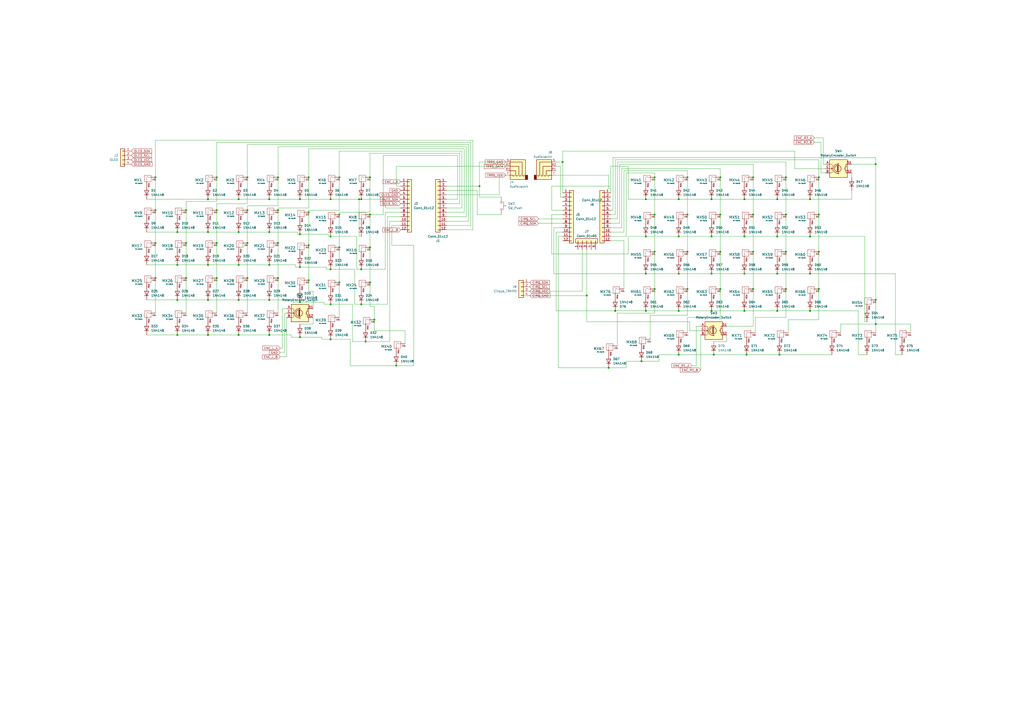
<source format=kicad_sch>
(kicad_sch (version 20231120) (generator "eeschema") (generator_version "8.0")
  (paper "A2")
  (junction (at 431.8 137.16))
  (junction (at 120.65 115.57))
  (junction (at 179.07 142.24))
  (junction (at 372.11 209.55))
  (junction (at 412.75 137.16))
  (junction (at 398.78 167.64))
  (junction (at 156.21 153.67))
  (junction (at 356.87 180.34))
  (junction (at 433.07 205.74))
  (junction (at 107.95 121.92))
  (junction (at 90.17 121.92))
  (junction (at 120.65 153.67))
  (junction (at 125.73 161.29))
  (junction (at 125.73 140.97))
  (junction (at 208.28 115.57))
  (junction (at 173.99 135.89))
  (junction (at 196.85 143.51))
  (junction (at 469.9 158.75))
  (junction (at 474.98 124.46))
  (junction (at 414.02 205.74))
  (junction (at 393.7 115.57))
  (junction (at 125.73 102.87))
  (junction (at 90.17 102.87))
  (junction (at 102.87 194.31))
  (junction (at 156.21 134.62))
  (junction (at 90.17 140.97))
  (junction (at 412.75 115.57))
  (junction (at 138.43 115.57))
  (junction (at 450.85 115.57))
  (junction (at 214.63 102.87))
  (junction (at 212.09 198.12))
  (junction (at 179.07 162.56))
  (junction (at 102.87 134.62))
  (junction (at 379.73 124.46))
  (junction (at 452.12 205.74))
  (junction (at 398.78 102.87))
  (junction (at 436.88 102.87))
  (junction (at 191.77 137.16))
  (junction (at 431.8 158.75))
  (junction (at 209.55 176.53))
  (junction (at 450.85 158.75))
  (junction (at 374.65 180.34))
  (junction (at 469.9 115.57))
  (junction (at 120.65 194.31))
  (junction (at 455.93 146.05))
  (junction (at 173.99 115.57))
  (junction (at 508 187.96))
  (junction (at 143.51 140.97))
  (junction (at 450.85 137.16))
  (junction (at 143.51 161.29))
  (junction (at 412.75 180.34))
  (junction (at 156.21 173.99))
  (junction (at 431.8 115.57))
  (junction (at 107.95 140.97))
  (junction (at 173.99 154.94))
  (junction (at 214.63 124.46))
  (junction (at 191.77 115.57))
  (junction (at 340.36 171.45))
  (junction (at 196.85 163.83))
  (junction (at 191.77 156.21))
  (junction (at 412.75 158.75))
  (junction (at 431.8 180.34))
  (junction (at 138.43 173.99))
  (junction (at 179.07 102.87))
  (junction (at 209.55 156.21))
  (junction (at 278.13 107.95))
  (junction (at 161.29 161.29))
  (junction (at 436.88 146.05))
  (junction (at 196.85 102.87))
  (junction (at 102.87 173.99))
  (junction (at 469.9 180.34))
  (junction (at 143.51 121.92))
  (junction (at 173.99 175.26))
  (junction (at 120.65 173.99))
  (junction (at 125.73 121.92))
  (junction (at 455.93 167.64))
  (junction (at 102.87 153.67))
  (junction (at 374.65 158.75))
  (junction (at 179.07 123.19))
  (junction (at 379.73 167.64))
  (junction (at 191.77 196.85))
  (junction (at 393.7 205.74))
  (junction (at 173.99 195.58))
  (junction (at 393.7 158.75))
  (junction (at 209.55 115.57))
  (junction (at 138.43 194.31))
  (junction (at 508 173.99))
  (junction (at 143.51 102.87))
  (junction (at 156.21 194.31))
  (junction (at 353.06 213.36))
  (junction (at 417.83 124.46))
  (junction (at 374.65 137.16))
  (junction (at 161.29 102.87))
  (junction (at 398.78 124.46))
  (junction (at 455.93 124.46))
  (junction (at 374.65 115.57))
  (junction (at 417.83 167.64))
  (junction (at 436.88 167.64))
  (junction (at 191.77 176.53))
  (junction (at 229.87 212.09))
  (junction (at 393.7 180.34))
  (junction (at 436.88 124.46))
  (junction (at 138.43 134.62))
  (junction (at 469.9 137.16))
  (junction (at 450.85 180.34))
  (junction (at 161.29 140.97))
  (junction (at 417.83 102.87))
  (junction (at 393.7 137.16))
  (junction (at 120.65 134.62))
  (junction (at 196.85 124.46))
  (junction (at 474.98 146.05))
  (junction (at 214.63 143.51))
  (junction (at 379.73 102.87))
  (junction (at 379.73 146.05))
  (junction (at 217.17 185.42))
  (junction (at 214.63 163.83))
  (junction (at 90.17 161.29))
  (junction (at 474.98 167.64))
  (junction (at 417.83 146.05))
  (junction (at 156.21 115.57))
  (junction (at 161.29 121.92))
  (junction (at 508 95.25))
  (junction (at 398.78 146.05))
  (junction (at 326.39 93.98))
  (junction (at 455.93 102.87))
  (junction (at 474.98 102.87))
  (junction (at 107.95 161.29))
  (junction (at 138.43 153.67))
  (wire (pts (xy 398.78 124.46) (xy 398.78 146.05)))
  (wire (pts (xy 224.79 125.73) (xy 232.41 125.73)))
  (wire (pts (xy 168.91 195.58) (xy 173.99 195.58)))
  (wire (pts (xy 508 187.96) (xy 508 193.04)))
  (wire (pts (xy 125.73 102.87) (xy 125.73 82.55)))
  (wire (pts (xy 120.65 153.67) (xy 138.43 153.67)))
  (wire (pts (xy 356.87 92.71) (xy 356.87 124.46)))
  (wire (pts (xy 325.12 114.3) (xy 326.39 114.3)))
  (wire (pts (xy 363.22 100.33) (xy 363.22 137.16)))
  (wire (pts (xy 209.55 176.53) (xy 224.79 176.53)))
  (wire (pts (xy 497.84 180.34) (xy 497.84 205.74)))
  (wire (pts (xy 356.87 180.34) (xy 374.65 180.34)))
  (wire (pts (xy 125.73 161.29) (xy 125.73 181.61)))
  (wire (pts (xy 208.28 137.16) (xy 209.55 137.16)))
  (wire (pts (xy 143.51 83.82) (xy 271.78 83.82)))
  (wire (pts (xy 226.06 198.12) (xy 226.06 128.27)))
  (wire (pts (xy 163.83 179.07) (xy 166.37 179.07)))
  (wire (pts (xy 179.07 168.91) (xy 181.61 168.91)))
  (wire (pts (xy 307.34 171.45) (xy 340.36 171.45)))
  (wire (pts (xy 170.18 175.26) (xy 170.18 173.99)))
  (wire (pts (xy 143.51 140.97) (xy 143.51 161.29)))
  (wire (pts (xy 179.07 102.87) (xy 179.07 86.36)))
  (wire (pts (xy 436.88 102.87) (xy 436.88 124.46)))
  (wire (pts (xy 179.07 121.92) (xy 179.07 123.19)))
  (wire (pts (xy 436.88 167.64) (xy 436.88 189.23)))
  (wire (pts (xy 321.31 158.75) (xy 321.31 132.08)))
  (wire (pts (xy 90.17 140.97) (xy 90.17 161.29)))
  (wire (pts (xy 421.64 198.12) (xy 421.64 194.31)))
  (wire (pts (xy 474.98 102.87) (xy 474.98 92.71)))
  (wire (pts (xy 214.63 124.46) (xy 222.25 124.46)))
  (wire (pts (xy 414.02 198.12) (xy 421.64 198.12)))
  (wire (pts (xy 398.78 167.64) (xy 398.78 182.88)))
  (wire (pts (xy 156.21 173.99) (xy 170.18 173.99)))
  (wire (pts (xy 162.56 207.01) (xy 166.37 207.01)))
  (wire (pts (xy 161.29 161.29) (xy 161.29 181.61)))
  (wire (pts (xy 293.37 101.6) (xy 289.56 101.6)))
  (wire (pts (xy 172.72 135.89) (xy 172.72 134.62)))
  (wire (pts (xy 191.77 176.53) (xy 204.47 176.53)))
  (wire (pts (xy 455.93 124.46) (xy 455.93 146.05)))
  (wire (pts (xy 204.47 198.12) (xy 212.09 198.12)))
  (wire (pts (xy 143.51 121.92) (xy 143.51 140.97)))
  (wire (pts (xy 431.8 137.16) (xy 450.85 137.16)))
  (wire (pts (xy 203.2 196.85) (xy 203.2 212.09)))
  (wire (pts (xy 224.79 176.53) (xy 224.79 125.73)))
  (wire (pts (xy 143.51 118.11) (xy 125.73 118.11)))
  (wire (pts (xy 359.41 129.54) (xy 354.33 129.54)))
  (wire (pts (xy 274.32 81.28) (xy 274.32 133.35)))
  (wire (pts (xy 191.77 115.57) (xy 208.28 115.57)))
  (wire (pts (xy 85.09 134.62) (xy 102.87 134.62)))
  (wire (pts (xy 196.85 163.83) (xy 196.85 184.15)))
  (wire (pts (xy 229.87 107.95) (xy 232.41 107.95)))
  (wire (pts (xy 138.43 153.67) (xy 156.21 153.67)))
  (wire (pts (xy 85.09 173.99) (xy 102.87 173.99)))
  (wire (pts (xy 274.32 133.35) (xy 259.08 133.35)))
  (wire (pts (xy 398.78 102.87) (xy 398.78 124.46)))
  (wire (pts (xy 161.29 119.38) (xy 143.51 119.38)))
  (wire (pts (xy 353.06 101.6) (xy 353.06 109.22)))
  (wire (pts (xy 229.87 96.52) (xy 229.87 107.95)))
  (wire (pts (xy 320.04 107.95) (xy 354.33 107.95)))
  (wire (pts (xy 214.63 102.87) (xy 214.63 88.9)))
  (wire (pts (xy 436.88 102.87) (xy 436.88 95.25)))
  (wire (pts (xy 431.8 180.34) (xy 450.85 180.34)))
  (wire (pts (xy 240.03 142.24) (xy 227.33 142.24)))
  (wire (pts (xy 320.04 121.92) (xy 326.39 121.92)))
  (wire (pts (xy 323.85 213.36) (xy 353.06 213.36)))
  (wire (pts (xy 173.99 175.26) (xy 187.96 175.26)))
  (wire (pts (xy 450.85 180.34) (xy 469.9 180.34)))
  (wire (pts (xy 143.51 102.87) (xy 143.51 83.82)))
  (wire (pts (xy 170.18 175.26) (xy 173.99 175.26)))
  (wire (pts (xy 171.45 154.94) (xy 173.99 154.94)))
  (wire (pts (xy 138.43 115.57) (xy 156.21 115.57)))
  (wire (pts (xy 85.09 194.31) (xy 102.87 194.31)))
  (wire (pts (xy 356.87 124.46) (xy 354.33 124.46)))
  (wire (pts (xy 191.77 137.16) (xy 207.01 137.16)))
  (wire (pts (xy 278.13 107.95) (xy 259.08 107.95)))
  (wire (pts (xy 234.95 191.77) (xy 234.95 199.39)))
  (wire (pts (xy 189.23 156.21) (xy 191.77 156.21)))
  (wire (pts (xy 519.43 205.74) (xy 523.24 205.74)))
  (wire (pts (xy 417.83 102.87) (xy 417.83 124.46)))
  (wire (pts (xy 322.58 180.34) (xy 356.87 180.34)))
  (wire (pts (xy 417.83 184.15) (xy 398.78 184.15)))
  (wire (pts (xy 364.49 137.16) (xy 374.65 137.16)))
  (wire (pts (xy 196.85 121.92) (xy 179.07 121.92)))
  (wire (pts (xy 90.17 161.29) (xy 90.17 181.61)))
  (wire (pts (xy 223.52 120.65) (xy 223.52 115.57)))
  (wire (pts (xy 398.78 146.05) (xy 398.78 167.64)))
  (wire (pts (xy 289.56 101.6) (xy 289.56 113.03)))
  (wire (pts (xy 171.45 154.94) (xy 171.45 153.67)))
  (wire (pts (xy 379.73 100.33) (xy 363.22 100.33)))
  (wire (pts (xy 214.63 102.87) (xy 214.63 123.19)))
  (wire (pts (xy 214.63 163.83) (xy 214.63 177.8)))
  (wire (pts (xy 120.65 173.99) (xy 138.43 173.99)))
  (wire (pts (xy 226.06 128.27) (xy 232.41 128.27)))
  (wire (pts (xy 172.72 135.89) (xy 173.99 135.89)))
  (wire (pts (xy 270.51 125.73) (xy 259.08 125.73)))
  (wire (pts (xy 431.8 158.75) (xy 450.85 158.75)))
  (wire (pts (xy 359.41 95.25) (xy 359.41 129.54)))
  (wire (pts (xy 102.87 194.31) (xy 120.65 194.31)))
  (wire (pts (xy 173.99 135.89) (xy 190.5 135.89)))
  (wire (pts (xy 528.32 187.96) (xy 528.32 193.04)))
  (wire (pts (xy 461.01 97.79) (xy 461.01 87.63)))
  (wire (pts (xy 165.1 204.47) (xy 165.1 181.61)))
  (wire (pts (xy 377.19 182.88) (xy 377.19 196.85)))
  (wire (pts (xy 102.87 173.99) (xy 120.65 173.99)))
  (wire (pts (xy 474.98 185.42) (xy 457.2 185.42)))
  (wire (pts (xy 196.85 123.19) (xy 196.85 124.46)))
  (wire (pts (xy 436.88 95.25) (xy 359.41 95.25)))
  (wire (pts (xy 361.95 139.7) (xy 354.33 139.7)))
  (wire (pts (xy 363.22 209.55) (xy 372.11 209.55)))
  (wire (pts (xy 379.73 181.61) (xy 358.14 181.61)))
  (wire (pts (xy 363.22 213.36) (xy 363.22 209.55)))
  (wire (pts (xy 120.65 134.62) (xy 138.43 134.62)))
  (wire (pts (xy 227.33 130.81) (xy 232.41 130.81)))
  (wire (pts (xy 323.85 213.36) (xy 323.85 137.16)))
  (wire (pts (xy 355.6 91.44) (xy 355.6 121.92)))
  (wire (pts (xy 290.83 114.3) (xy 278.13 114.3)))
  (wire (pts (xy 102.87 134.62) (xy 120.65 134.62)))
  (wire (pts (xy 321.31 158.75) (xy 374.65 158.75)))
  (wire (pts (xy 312.42 129.54) (xy 326.39 129.54)))
  (wire (pts (xy 125.73 116.84) (xy 107.95 116.84)))
  (wire (pts (xy 455.93 146.05) (xy 455.93 167.64)))
  (wire (pts (xy 364.49 96.52) (xy 354.33 96.52)))
  (wire (pts (xy 162.56 201.93) (xy 163.83 201.93)))
  (wire (pts (xy 322.58 101.6) (xy 353.06 101.6)))
  (wire (pts (xy 227.33 142.24) (xy 227.33 130.81)))
  (wire (pts (xy 474.98 92.71) (xy 356.87 92.71)))
  (wire (pts (xy 207.01 137.16) (xy 207.01 156.21)))
  (wire (pts (xy 90.17 121.92) (xy 90.17 140.97)))
  (wire (pts (xy 358.14 127) (xy 354.33 127)))
  (wire (pts (xy 398.78 182.88) (xy 377.19 182.88)))
  (wire (pts (xy 173.99 154.94) (xy 189.23 154.94)))
  (wire (pts (xy 508 95.25) (xy 508 173.99)))
  (wire (pts (xy 519.43 158.75) (xy 519.43 205.74)))
  (wire (pts (xy 120.65 115.57) (xy 138.43 115.57)))
  (wire (pts (xy 508 91.44) (xy 355.6 91.44)))
  (wire (pts (xy 355.6 121.92) (xy 354.33 121.92)))
  (wire (pts (xy 165.1 204.47) (xy 162.56 204.47)))
  (wire (pts (xy 363.22 137.16) (xy 354.33 137.16)))
  (wire (pts (xy 214.63 123.19) (xy 196.85 123.19)))
  (wire (pts (xy 325.12 96.52) (xy 325.12 114.3)))
  (wire (pts (xy 364.49 137.16) (xy 364.49 147.32)))
  (wire (pts (xy 393.7 158.75) (xy 412.75 158.75)))
  (wire (pts (xy 452.12 205.74) (xy 482.6 205.74)))
  (wire (pts (xy 478.79 97.79) (xy 461.01 97.79)))
  (wire (pts (xy 393.7 115.57) (xy 412.75 115.57)))
  (wire (pts (xy 196.85 87.63) (xy 267.97 87.63)))
  (wire (pts (xy 229.87 96.52) (xy 293.37 96.52)))
  (wire (pts (xy 125.73 121.92) (xy 125.73 140.97)))
  (wire (pts (xy 340.36 171.45) (xy 340.36 186.69)))
  (wire (pts (xy 276.86 110.49) (xy 259.08 110.49)))
  (wire (pts (xy 455.93 102.87) (xy 455.93 124.46)))
  (wire (pts (xy 168.91 195.58) (xy 168.91 194.31)))
  (wire (pts (xy 469.9 137.16) (xy 501.65 137.16)))
  (wire (pts (xy 120.65 194.31) (xy 138.43 194.31)))
  (wire (pts (xy 364.49 147.32) (xy 320.04 147.32)))
  (wire (pts (xy 433.07 205.74) (xy 452.12 205.74)))
  (wire (pts (xy 474.98 102.87) (xy 474.98 124.46)))
  (wire (pts (xy 364.49 115.57) (xy 364.49 96.52)))
  (wire (pts (xy 382.27 205.74) (xy 393.7 205.74)))
  (wire (pts (xy 361.95 167.64) (xy 361.95 139.7)))
  (wire (pts (xy 209.55 156.21) (xy 223.52 156.21)))
  (wire (pts (xy 179.07 162.56) (xy 179.07 168.91)))
  (wire (pts (xy 278.13 93.98) (xy 278.13 107.95)))
  (wire (pts (xy 474.98 146.05) (xy 474.98 167.64)))
  (wire (pts (xy 417.83 146.05) (xy 417.83 167.64)))
  (wire (pts (xy 90.17 102.87) (xy 90.17 81.28)))
  (wire (pts (xy 290.83 124.46) (xy 276.86 124.46)))
  (wire (pts (xy 179.07 123.19) (xy 179.07 142.24)))
  (wire (pts (xy 90.17 102.87) (xy 90.17 121.92)))
  (wire (pts (xy 431.8 115.57) (xy 450.85 115.57)))
  (wire (pts (xy 190.5 137.16) (xy 190.5 135.89)))
  (wire (pts (xy 358.14 93.98) (xy 358.14 127)))
  (wire (pts (xy 278.13 114.3) (xy 278.13 107.95)))
  (wire (pts (xy 417.83 102.87) (xy 417.83 97.79)))
  (wire (pts (xy 400.05 186.69) (xy 340.36 186.69)))
  (wire (pts (xy 214.63 88.9) (xy 266.7 88.9)))
  (wire (pts (xy 412.75 180.34) (xy 431.8 180.34)))
  (wire (pts (xy 212.09 198.12) (xy 226.06 198.12)))
  (wire (pts (xy 205.74 176.53) (xy 209.55 176.53)))
  (wire (pts (xy 107.95 116.84) (xy 107.95 121.92)))
  (wire (pts (xy 181.61 168.91) (xy 181.61 179.07)))
  (wire (pts (xy 138.43 173.99) (xy 156.21 173.99)))
  (wire (pts (xy 474.98 124.46) (xy 474.98 146.05)))
  (wire (pts (xy 196.85 102.87) (xy 196.85 87.63)))
  (wire (pts (xy 125.73 118.11) (xy 125.73 121.92)))
  (wire (pts (xy 161.29 102.87) (xy 161.29 119.38)))
  (wire (pts (xy 196.85 102.87) (xy 196.85 121.92)))
  (wire (pts (xy 166.37 207.01) (xy 166.37 184.15)))
  (wire (pts (xy 187.96 176.53) (xy 187.96 175.26)))
  (wire (pts (xy 273.05 130.81) (xy 259.08 130.81)))
  (wire (pts (xy 438.15 184.15) (xy 438.15 193.04)))
  (wire (pts (xy 191.77 196.85) (xy 203.2 196.85)))
  (wire (pts (xy 107.95 140.97) (xy 107.95 161.29)))
  (wire (pts (xy 293.37 93.98) (xy 278.13 93.98)))
  (wire (pts (xy 417.83 97.79) (xy 360.68 97.79)))
  (wire (pts (xy 360.68 132.08) (xy 354.33 132.08)))
  (wire (pts (xy 501.65 137.16) (xy 501.65 186.69)))
  (wire (pts (xy 436.88 146.05) (xy 436.88 167.64)))
  (wire (pts (xy 361.95 134.62) (xy 354.33 134.62)))
  (wire (pts (xy 179.07 120.65) (xy 161.29 120.65)))
  (wire (pts (xy 322.58 180.34) (xy 322.58 134.62)))
  (wire (pts (xy 179.07 102.87) (xy 179.07 120.65)))
  (wire (pts (xy 161.29 102.87) (xy 161.29 85.09)))
  (wire (pts (xy 508 173.99) (xy 508 187.96)))
  (wire (pts (xy 374.65 115.57) (xy 393.7 115.57)))
  (wire (pts (xy 196.85 143.51) (xy 196.85 163.83)))
  (wire (pts (xy 165.1 181.61) (xy 166.37 181.61)))
  (wire (pts (xy 186.69 196.85) (xy 191.77 196.85)))
  (wire (pts (xy 354.33 107.95) (xy 354.33 96.52)))
  (wire (pts (xy 209.55 115.57) (xy 223.52 115.57)))
  (wire (pts (xy 508 187.96) (xy 528.32 187.96)))
  (wire (pts (xy 191.77 156.21) (xy 205.74 156.21)))
  (wire (pts (xy 85.09 115.57) (xy 120.65 115.57)))
  (wire (pts (xy 487.68 193.04) (xy 487.68 187.96)))
  (wire (pts (xy 307.34 168.91) (xy 337.82 168.91)))
  (wire (pts (xy 406.4 191.77) (xy 400.05 191.77)))
  (wire (pts (xy 107.95 121.92) (xy 107.95 140.97)))
  (wire (pts (xy 173.99 115.57) (xy 191.77 115.57)))
  (wire (pts (xy 406.4 194.31) (xy 406.4 214.63)))
  (wire (pts (xy 90.17 81.28) (xy 274.32 81.28)))
  (wire (pts (xy 125.73 82.55) (xy 273.05 82.55)))
  (wire (pts (xy 417.83 124.46) (xy 417.83 146.05)))
  (wire (pts (xy 320.04 124.46) (xy 326.39 124.46)))
  (wire (pts (xy 208.28 115.57) (xy 209.55 115.57)))
  (wire (pts (xy 414.02 205.74) (xy 433.07 205.74)))
  (wire (pts (xy 494.03 100.33) (xy 494.03 102.87)))
  (wire (pts (xy 455.93 93.98) (xy 358.14 93.98)))
  (wire (pts (xy 138.43 194.31) (xy 156.21 194.31)))
  (wire (pts (xy 161.29 121.92) (xy 161.29 140.97)))
  (wire (pts (xy 217.17 177.8) (xy 217.17 185.42)))
  (wire (pts (xy 501.65 186.69) (xy 502.92 186.69)))
  (wire (pts (xy 222.25 124.46) (xy 222.25 90.17)))
  (wire (pts (xy 102.87 153.67) (xy 120.65 153.67)))
  (wire (pts (xy 494.03 95.25) (xy 508 95.25)))
  (wire (pts (xy 477.52 95.25) (xy 478.79 95.25)))
  (wire (pts (xy 326.39 87.63) (xy 326.39 93.98)))
  (wire (pts (xy 320.04 107.95) (xy 320.04 121.92)))
  (wire (pts (xy 374.65 180.34) (xy 393.7 180.34)))
  (wire (pts (xy 203.2 212.09) (xy 229.87 212.09)))
  (wire (pts (xy 271.78 83.82) (xy 271.78 128.27)))
  (wire (pts (xy 477.52 80.01) (xy 477.52 95.25)))
  (wire (pts (xy 354.33 109.22) (xy 354.33 111.76)))
  (wire (pts (xy 393.7 205.74) (xy 414.02 205.74)))
  (wire (pts (xy 412.75 158.75) (xy 431.8 158.75)))
  (wire (pts (xy 400.05 191.77) (xy 400.05 186.69)))
  (wire (pts (xy 190.5 137.16) (xy 191.77 137.16)))
  (wire (pts (xy 476.25 100.33) (xy 478.79 100.33)))
  (wire (pts (xy 161.29 85.09) (xy 270.51 85.09)))
  (wire (pts (xy 267.97 120.65) (xy 259.08 120.65)))
  (wire (pts (xy 401.32 212.09) (xy 403.86 212.09)))
  (wire (pts (xy 214.63 177.8) (xy 217.17 177.8)))
  (wire (pts (xy 125.73 102.87) (xy 125.73 116.84)))
  (wire (pts (xy 322.58 93.98) (xy 326.39 93.98)))
  (wire (pts (xy 379.73 102.87) (xy 379.73 124.46)))
  (wire (pts (xy 232.41 120.65) (xy 223.52 120.65)))
  (wire (pts (xy 323.85 137.16) (xy 326.39 137.16)))
  (wire (pts (xy 107.95 161.29) (xy 107.95 181.61)))
  (wire (pts (xy 214.63 124.46) (xy 214.63 143.51)))
  (wire (pts (xy 163.83 201.93) (xy 163.83 179.07)))
  (wire (pts (xy 217.17 191.77) (xy 234.95 191.77)))
  (wire (pts (xy 398.78 99.06) (xy 361.95 99.06)))
  (wire (pts (xy 205.74 156.21) (xy 205.74 176.53)))
  (wire (pts (xy 265.43 115.57) (xy 259.08 115.57)))
  (wire (pts (xy 207.01 156.21) (xy 209.55 156.21)))
  (wire (pts (xy 455.93 102.87) (xy 455.93 93.98)))
  (wire (pts (xy 497.84 205.74) (xy 502.92 205.74)))
  (wire (pts (xy 337.82 168.91) (xy 337.82 144.78)))
  (wire (pts (xy 156.21 115.57) (xy 173.99 115.57)))
  (wire (pts (xy 487.68 187.96) (xy 508 187.96)))
  (wire (pts (xy 229.87 212.09) (xy 240.03 212.09)))
  (wire (pts (xy 269.24 86.36) (xy 269.24 123.19)))
  (wire (pts (xy 143.51 119.38) (xy 143.51 121.92)))
  (wire (pts (xy 181.61 187.96) (xy 181.61 184.15)))
  (wire (pts (xy 412.75 137.16) (xy 431.8 137.16)))
  (wire (pts (xy 223.52 123.19) (xy 223.52 156.21)))
  (wire (pts (xy 276.86 124.46) (xy 276.86 110.49)))
  (wire (pts (xy 469.9 115.57) (xy 494.03 115.57)))
  (wire (pts (xy 340.36 144.78) (xy 340.36 171.45)))
  (wire (pts (xy 403.86 189.23) (xy 406.4 189.23)))
  (wire (pts (xy 208.28 115.57) (xy 208.28 137.16)))
  (wire (pts (xy 179.07 86.36) (xy 269.24 86.36)))
  (wire (pts (xy 138.43 134.62) (xy 156.21 134.62)))
  (wire (pts (xy 469.9 180.34) (xy 497.84 180.34)))
  (wire (pts (xy 461.01 87.63) (xy 326.39 87.63)))
  (wire (pts (xy 186.69 196.85) (xy 186.69 195.58)))
  (wire (pts (xy 382.27 209.55) (xy 382.27 205.74)))
  (wire (pts (xy 364.49 115.57) (xy 374.65 115.57)))
  (wire (pts (xy 455.93 184.15) (xy 438.15 184.15)))
  (wire (pts (xy 417.83 167.64) (xy 417.83 184.15)))
  (wire (pts (xy 374.65 158.75) (xy 393.7 158.75)))
  (wire (pts (xy 179.07 142.24) (xy 179.07 162.56)))
  (wire (pts (xy 173.99 187.96) (xy 181.61 187.96)))
  (wire (pts (xy 156.21 194.31) (xy 168.91 194.31)))
  (wire (pts (xy 398.78 102.87) (xy 398.78 99.06)))
  (wire (pts (xy 450.85 158.75) (xy 469.9 158.75)))
  (wire (pts (xy 85.09 153.67) (xy 102.87 153.67)))
  (wire (pts (xy 143.51 161.29) (xy 143.51 181.61)))
  (wire (pts (xy 270.51 85.09) (xy 270.51 125.73)))
  (wire (pts (xy 269.24 123.19) (xy 259.08 123.19)))
  (wire (pts (xy 353.06 109.22) (xy 354.33 109.22)))
  (wire (pts (xy 450.85 137.16) (xy 469.9 137.16)))
  (wire (pts (xy 312.42 127) (xy 326.39 127)))
  (wire (pts (xy 326.39 93.98) (xy 326.39 111.76)))
  (wire (pts (xy 273.05 82.55) (xy 273.05 130.81)))
  (wire (pts (xy 353.06 213.36) (xy 363.22 213.36)))
  (wire (pts (xy 143.51 102.87) (xy 143.51 118.11)))
  (wire (pts (xy 393.7 137.16) (xy 412.75 137.16)))
  (wire (pts (xy 187.96 176.53) (xy 191.77 176.53)))
  (wire (pts (xy 265.43 90.17) (xy 265.43 115.57)))
  (wire (pts (xy 156.21 153.67) (xy 171.45 153.67)))
  (wire (pts (xy 374.65 137.16) (xy 393.7 137.16)))
  (wire (pts (xy 240.03 212.09) (xy 240.03 142.24)))
  (wire (pts (xy 379.73 124.46) (xy 379.73 146.05)))
  (wire (pts (xy 289.56 113.03) (xy 259.08 113.03)))
  (wire (pts (xy 322.58 134.62) (xy 326.39 134.62)))
  (wire (pts (xy 361.95 99.06) (xy 361.95 134.62)))
  (wire (pts (xy 161.29 120.65) (xy 161.29 121.92)))
  (wire (pts (xy 156.21 134.62) (xy 172.72 134.62)))
  (wire (pts (xy 412.75 115.57) (xy 431.8 115.57)))
  (wire (pts (xy 457.2 185.42) (xy 457.2 193.04)))
  (wire (pts (xy 379.73 146.05) (xy 379.73 167.64)))
  (wire (pts (xy 472.44 80.01) (xy 477.52 80.01)))
  (wire (pts (xy 271.78 128.27) (xy 259.08 128.27)))
  (wire (pts (xy 266.7 118.11) (xy 259.08 118.11)))
  (wire (pts (xy 455.93 167.64) (xy 455.93 184.15)))
  (wire (pts (xy 204.47 176.53) (xy 204.47 198.12)))
  (wire (pts (xy 403.86 212.09) (xy 403.86 189.23)))
  (wire (pts (xy 322.58 96.52) (xy 325.12 96.52)))
  (wire (pts (xy 266.7 88.9) (xy 266.7 118.11)))
  (wire (pts (xy 161.29 140.97) (xy 161.29 161.29)))
  (wire (pts (xy 358.14 181.61) (xy 358.14 200.66)))
  (wire (pts (xy 214.63 143.51) (xy 214.63 163.83)))
  (wire (pts (xy 379.73 102.87) (xy 379.73 100.33)))
  (wire (pts (xy 360.68 97.79) (xy 360.68 132.08)))
  (wire (pts (xy 476.25 82.55) (xy 476.25 100.33)))
  (wire (pts (xy 267.97 87.63) (xy 267.97 120.65)))
  (wire (pts (xy 320.04 124.46) (xy 320.04 147.32)))
  (wire (pts (xy 379.73 167.64) (xy 379.73 181.61)))
  (wire (pts (xy 217.17 185.42) (xy 217.17 191.77)))
  (wire (pts (xy 436.88 124.46) (xy 436.88 146.05)))
  (wire (pts (xy 472.44 82.55) (xy 476.25 82.55)))
  (wire (pts (xy 222.25 90.17) (xy 265.43 90.17)))
  (wire (pts (xy 125.73 140.97) (xy 125.73 161.29)))
  (wire (pts (xy 232.41 123.19) (xy 223.52 123.19)))
  (wire (pts (xy 393.7 180.34) (xy 412.75 180.34)))
  (wire (pts (xy 469.9 158.75) (xy 519.43 158.75)))
  (wire (pts (xy 398.78 184.15) (xy 398.78 193.04)))
  (wire (pts (xy 189.23 156.21) (xy 189.23 154.94)))
  (wire (pts (xy 450.85 115.57) (xy 469.9 115.57)))
  (wire (pts (xy 508 91.44) (xy 508 95.25)))
  (wire (pts (xy 494.03 115.57) (xy 494.03 110.49)))
  (wire (pts (xy 321.31 132.08) (xy 326.39 132.08)))
  (wire (pts (xy 196.85 124.46) (xy 196.85 143.51)))
  (wire (pts (xy 474.98 167.64) (xy 474.98 185.42)))
  (wire (pts (xy 173.99 195.58) (xy 186.69 195.58)))
  (wire (pts (xy 372.11 209.55) (xy 382.27 209.55)))
  (wire (pts (xy 421.64 189.23) (xy 436.88 189.23)))
  (global_label "CIRQ_VCC" (shape input) (at 307.34 168.91 0) (property "Intersheetrefs" "${INTERSHEET_REFS}" (effects (hide yes))))
  (global_label "ENC_R1_A" (shape input) (at 401.32 212.09 180) (property "Intersheetrefs" "${INTERSHEET_REFS}" (effects (hide yes))))
  (global_label "ENC_R1_B" (shape input) (at 406.4 214.63 180) (property "Intersheetrefs" "${INTERSHEET_REFS}" (effects (hide yes))))
  (global_label "TRRS_VCC" (shape input) (at 293.37 101.6 180) (property "Intersheetrefs" "${INTERSHEET_REFS}" (effects (hide yes))))
  (global_label "OLED_SCL" (shape input) (at 76.2 90.17 0) (property "Intersheetrefs" "${INTERSHEET_REFS}" (effects (hide yes))))
  (global_label "CIRQ_GND" (shape input) (at 307.34 171.45 0) (property "Intersheetrefs" "${INTERSHEET_REFS}" (effects (hide yes))))
  (global_label "CIRQ_SDA" (shape input) (at 307.34 163.83 0) (property "Intersheetrefs" "${INTERSHEET_REFS}" (effects (hide yes))))
  (global_label "OLED_GND" (shape input) (at 76.2 95.25 0) (property "Intersheetrefs" "${INTERSHEET_REFS}" (effects (hide yes))))
  (global_label "CIRQ_SCL" (shape input) (at 307.34 166.37 0) (property "Intersheetrefs" "${INTERSHEET_REFS}" (effects (hide yes))))
  (global_label "OLED_SDA" (shape input) (at 232.41 115.57 180) (property "Intersheetrefs" "${INTERSHEET_REFS}" (effects (hide yes))))
  (global_label "OLED_SDA" (shape input) (at 76.2 87.63 0) (property "Intersheetrefs" "${INTERSHEET_REFS}" (effects (hide yes))))
  (global_label "GND" (shape input) (at 232.41 110.49 180) (property "Intersheetrefs" "${INTERSHEET_REFS}" (effects (hide yes))))
  (global_label "OLED_VCC" (shape input) (at 76.2 92.71 0) (property "Intersheetrefs" "${INTERSHEET_REFS}" (effects (hide yes))))
  (global_label "OLED_SCL" (shape input) (at 232.41 118.11 180) (property "Intersheetrefs" "${INTERSHEET_REFS}" (effects (hide yes))))
  (global_label "ENC_L_B" (shape input) (at 162.56 207.01 180) (property "Intersheetrefs" "${INTERSHEET_REFS}" (effects (hide yes))))
  (global_label "ENC_L_A" (shape input) (at 162.56 201.93 180) (property "Intersheetrefs" "${INTERSHEET_REFS}" (effects (hide yes))))
  (global_label "ENC_R2_A" (shape input) (at 472.44 80.01 180) (property "Intersheetrefs" "${INTERSHEET_REFS}" (effects (hide yes))))
  (global_label "CIRQ_SCL" (shape input) (at 312.42 127 180) (property "Intersheetrefs" "${INTERSHEET_REFS}" (effects (hide yes))))
  (global_label "TRRS_GND" (shape input) (at 293.37 93.98 180) (property "Intersheetrefs" "${INTERSHEET_REFS}" (effects (hide yes))))
  (global_label "ENC_L_A" (shape input) (at 232.41 105.41 180) (property "Intersheetrefs" "${INTERSHEET_REFS}" (effects (hide yes))))
  (global_label "GND" (shape input) (at 162.56 204.47 180) (property "Intersheetrefs" "${INTERSHEET_REFS}" (effects (hide yes))))
  (global_label "TRRS_DATA" (shape input) (at 293.37 96.52 180) (property "Intersheetrefs" "${INTERSHEET_REFS}" (effects (hide yes))))
  (global_label "OLED_GND" (shape input) (at 232.41 113.03 180) (property "Intersheetrefs" "${INTERSHEET_REFS}" (effects (hide yes))))
  (global_label "ENC_L_B" (shape input) (at 232.41 133.35 180) (property "Intersheetrefs" "${INTERSHEET_REFS}" (effects (hide yes))))
  (global_label "CIRQ_SDA" (shape input) (at 312.42 129.54 180) (property "Intersheetrefs" "${INTERSHEET_REFS}" (effects (hide yes))))
  (global_label "ENC_R2_B" (shape input) (at 472.44 82.55 180) (property "Intersheetrefs" "${INTERSHEET_REFS}" (effects (hide yes))))
  (symbol (lib_id "Connector_Audio:AudioJack4") (at 298.45 96.52 0) (mirror y) (unit 1)
    (property "Reference" "J4" (at 295.656 105.664 0) (effects (justify right)))
    (property "Value" "AudioJack4" (at 295.656 108.204 0) (effects (justify right)))
    (property "Footprint" "Connector_Audio:Jack_3.5mm_PJ320E_Horizontal" (effects (hide yes)))
    (property "Description" "Audio Jack, 4 Poles (TRRS)" (effects (hide yes)))
  )
  (symbol (lib_id "MX_Alps_Hybrid:MX-NoLED") (at 157.48 104.14 0) (unit 1)
    (property "Reference" "MX4" (at 153.67 104.4698 0) (effects (font (size 1.524 1.524)) (justify right)))
    (property "Value" "MX-NoLED" (at 153.67 106.3749 0) (effects (font (size 0.508 0.508)) (justify right)))
    (property "Footprint" "PCM_marbastlib-mx:SW_MX_HS_CPG151101S11_1u" (effects (hide yes)))
  )
  (symbol (lib_id "Diode:1N4148") (at 229.87 208.28 90) (unit 1)
    (property "Reference" "D40" (at 232.41 207.0099 90) (effects (justify right)))
    (property "Value" "1N4148" (at 232.41 209.5499 90) (effects (justify right)))
    (property "Footprint" "Diode_THT:D_DO-35_SOD27_P7.62mm_Horizontal" (effects (hide yes)))
    (property "Datasheet" "https://assets.nexperia.com/documents/data-sheet/1N4148_1N4448.pdf" (effects (hide yes)))
    (property "Description" "100V 0.15A standard switching diode, DO-35" (effects (hide yes)))
    (property "Sim.Device" "D" (effects (hide yes)))
    (property "Sim.Pins" "1=K 2=A" (effects (hide yes)))
  )
  (symbol (lib_id "Diode:1N4148") (at 372.11 205.74 90) (unit 1)
    (property "Reference" "D68" (at 374.65 204.4699 90) (effects (justify right)))
    (property "Value" "1N4148" (at 374.65 207.0099 90) (effects (justify right)))
    (property "Footprint" "Diode_THT:D_DO-35_SOD27_P7.62mm_Horizontal" (effects (hide yes)))
    (property "Datasheet" "https://assets.nexperia.com/documents/data-sheet/1N4148_1N4448.pdf" (effects (hide yes)))
    (property "Description" "100V 0.15A standard switching diode, DO-35" (effects (hide yes)))
    (property "Sim.Device" "D" (effects (hide yes)))
    (property "Sim.Pins" "1=K 2=A" (effects (hide yes)))
  )
  (symbol (lib_id "MX_Alps_Hybrid:MX-NoLED") (at 86.36 104.14 0) (unit 1)
    (property "Reference" "MX1" (at 82.55 104.4698 0) (effects (font (size 1.524 1.524)) (justify right)))
    (property "Value" "MX-NoLED" (at 82.55 106.3749 0) (effects (font (size 0.508 0.508)) (justify right)))
    (property "Footprint" "PCM_marbastlib-mx:SW_MX_HS_CPG151101S11_1u" (effects (hide yes)))
  )
  (symbol (lib_id "MX_Alps_Hybrid:MX-NoLED") (at 175.26 163.83 0) (unit 1)
    (property "Reference" "MX30" (at 171.45 164.1598 0) (effects (font (size 1.524 1.524)) (justify right)))
    (property "Value" "MX-NoLED" (at 171.45 166.0649 0) (effects (font (size 0.508 0.508)) (justify right)))
    (property "Footprint" "PCM_marbastlib-mx:SW_MX_HS_CPG151101S11_1u" (effects (hide yes)))
  )
  (symbol (lib_id "MX_Alps_Hybrid:MX-NoLED") (at 483.87 194.31 0) (unit 1)
    (property "Reference" "MX74" (at 480.06 194.6398 0) (effects (font (size 1.524 1.524)) (justify right)))
    (property "Value" "MX-NoLED" (at 480.06 196.5449 0) (effects (font (size 0.508 0.508)) (justify right)))
    (property "Footprint" "PCM_marbastlib-mx:SW_MX_HS_CPG151101S11_1u" (effects (hide yes)))
  )
  (symbol (lib_id "MX_Alps_Hybrid:MX-NoLED") (at 175.26 143.51 0) (unit 1)
    (property "Reference" "MX22" (at 171.45 143.8398 0) (effects (font (size 1.524 1.524)) (justify right)))
    (property "Value" "MX-NoLED" (at 171.45 145.7449 0) (effects (font (size 0.508 0.508)) (justify right)))
    (property "Footprint" "PCM_marbastlib-mx:SW_MX_HS_CPG151101S11_1u" (effects (hide yes)))
  )
  (symbol (lib_id "MX_Alps_Hybrid:MX-NoLED") (at 104.14 142.24 0) (unit 1)
    (property "Reference" "MX18" (at 100.33 142.5698 0) (effects (font (size 1.524 1.524)) (justify right)))
    (property "Value" "MX-NoLED" (at 100.33 144.4749 0) (effects (font (size 0.508 0.508)) (justify right)))
    (property "Footprint" "PCM_marbastlib-mx:SW_MX_HS_CPG151101S11_1u" (effects (hide yes)))
  )
  (symbol (lib_id "MX_Alps_Hybrid:MX-NoLED") (at 452.12 125.73 0) (unit 1)
    (property "Reference" "MX52" (at 448.31 126.0598 0) (effects (font (size 1.524 1.524)) (justify right)))
    (property "Value" "MX-NoLED" (at 448.31 127.9649 0) (effects (font (size 0.508 0.508)) (justify right)))
    (property "Footprint" "PCM_marbastlib-mx:SW_MX_HS_CPG151101S11_1u" (effects (hide yes)))
  )
  (symbol (lib_id "Diode:1N4148") (at 156.21 149.86 90) (unit 1)
    (property "Reference" "D21" (at 158.75 148.5899 90) (effects (justify right)))
    (property "Value" "1N4148" (at 158.75 151.1299 90) (effects (justify right)))
    (property "Footprint" "Diode_THT:D_DO-35_SOD27_P7.62mm_Horizontal" (effects (hide yes)))
    (property "Datasheet" "https://assets.nexperia.com/documents/data-sheet/1N4148_1N4448.pdf" (effects (hide yes)))
    (property "Description" "100V 0.15A standard switching diode, DO-35" (effects (hide yes)))
    (property "Sim.Device" "D" (effects (hide yes)))
    (property "Sim.Pins" "1=K 2=A" (effects (hide yes)))
  )
  (symbol (lib_id "Diode:1N4148") (at 138.43 130.81 90) (unit 1)
    (property "Reference" "D12" (at 140.97 129.5399 90) (effects (justify right)))
    (property "Value" "1N4148" (at 140.97 132.0799 90) (effects (justify right)))
    (property "Footprint" "Diode_THT:D_DO-35_SOD27_P7.62mm_Horizontal" (effects (hide yes)))
    (property "Datasheet" "https://assets.nexperia.com/documents/data-sheet/1N4148_1N4448.pdf" (effects (hide yes)))
    (property "Description" "100V 0.15A standard switching diode, DO-35" (effects (hide yes)))
    (property "Sim.Device" "D" (effects (hide yes)))
    (property "Sim.Pins" "1=K 2=A" (effects (hide yes)))
  )
  (symbol (lib_id "MX_Alps_Hybrid:MX-NoLED") (at 433.07 147.32 0) (unit 1)
    (property "Reference" "MX58" (at 429.26 147.6498 0) (effects (font (size 1.524 1.524)) (justify right)))
    (property "Value" "MX-NoLED" (at 429.26 149.5549 0) (effects (font (size 0.508 0.508)) (justify right)))
    (property "Footprint" "PCM_marbastlib-mx:SW_MX_HS_CPG151101S11_1u" (effects (hide yes)))
  )
  (symbol (lib_id "MX_Alps_Hybrid:MX-NoLED") (at 433.07 104.14 0) (unit 1)
    (property "Reference" "MX44" (at 429.26 104.4698 0) (effects (font (size 1.524 1.524)) (justify right)))
    (property "Value" "MX-NoLED" (at 429.26 106.3749 0) (effects (font (size 0.508 0.508)) (justify right)))
    (property "Footprint" "PCM_marbastlib-mx:SW_MX_HS_CPG151101S11_1u" (effects (hide yes)))
  )
  (symbol (lib_id "Diode:1N4148") (at 431.8 133.35 90) (unit 1)
    (property "Reference" "D51" (at 434.34 132.0799 90) (effects (justify right)))
    (property "Value" "1N4148" (at 434.34 134.6199 90) (effects (justify right)))
    (property "Footprint" "Diode_THT:D_DO-35_SOD27_P7.62mm_Horizontal" (effects (hide yes)))
    (property "Datasheet" "https://assets.nexperia.com/documents/data-sheet/1N4148_1N4448.pdf" (effects (hide yes)))
    (property "Description" "100V 0.15A standard switching diode, DO-35" (effects (hide yes)))
    (property "Sim.Device" "D" (effects (hide yes)))
    (property "Sim.Pins" "1=K 2=A" (effects (hide yes)))
  )
  (symbol (lib_id "Diode:1N4148") (at 85.09 170.18 90) (unit 1)
    (property "Reference" "D25" (at 87.63 168.9099 90) (effects (justify right)))
    (property "Value" "1N4148" (at 87.63 171.4499 90) (effects (justify right)))
    (property "Footprint" "Diode_THT:D_DO-35_SOD27_P7.62mm_Horizontal" (effects (hide yes)))
    (property "Datasheet" "https://assets.nexperia.com/documents/data-sheet/1N4148_1N4448.pdf" (effects (hide yes)))
    (property "Description" "100V 0.15A standard switching diode, DO-35" (effects (hide yes)))
    (property "Sim.Device" "D" (effects (hide yes)))
    (property "Sim.Pins" "1=K 2=A" (effects (hide yes)))
  )
  (symbol (lib_id "Connector_Audio:AudioJack4") (at 317.5 96.52 0) (unit 1)
    (property "Reference" "J8" (at 320.294 88.392 0) (effects (justify right)))
    (property "Value" "AudioJack4" (at 320.294 90.932 0) (effects (justify right)))
    (property "Footprint" "Connector_Audio:Jack_3.5mm_PJ320E_Horizontal" (effects (hide yes)))
    (property "Description" "Audio Jack, 4 Poles (TRRS)" (effects (hide yes)))
  )
  (symbol (lib_id "Diode:1N4148") (at 374.65 133.35 90) (unit 1)
    (property "Reference" "D48" (at 377.19 132.0799 90) (effects (justify right)))
    (property "Value" "1N4148" (at 377.19 134.6199 90) (effects (justify right)))
    (property "Footprint" "Diode_THT:D_DO-35_SOD27_P7.62mm_Horizontal" (effects (hide yes)))
    (property "Datasheet" "https://assets.nexperia.com/documents/data-sheet/1N4148_1N4448.pdf" (effects (hide yes)))
    (property "Description" "100V 0.15A standard switching diode, DO-35" (effects (hide yes)))
    (property "Sim.Device" "D" (effects (hide yes)))
    (property "Sim.Pins" "1=K 2=A" (effects (hide yes)))
  )
  (symbol (lib_id "Connector_Generic:Conn_01x05") (at 340.36 139.7 90) (unit 1)
    (property "Reference" "J7" (at 340.36 134.366 90))
    (property "Value" "Conn_01x05" (at 340.36 136.906 90))
    (property "Footprint" "Connector_PinSocket_2.54mm:PinSocket_1x05_P2.54mm_Vertical" (effects (hide yes)))
    (property "Description" "Generic connector, single row, 01x05, script generated (kicad-library-utils/schlib/autogen/connector/)" (effects (hide yes)))
  )
  (symbol (lib_id "Diode:1N4148") (at 469.9 111.76 90) (unit 1)
    (property "Reference" "D46" (at 472.44 110.4899 90) (effects (justify right)))
    (property "Value" "1N4148" (at 472.44 113.0299 90) (effects (justify right)))
    (property "Footprint" "Diode_THT:D_DO-35_SOD27_P7.62mm_Horizontal" (effects (hide yes)))
    (property "Datasheet" "https://assets.nexperia.com/documents/data-sheet/1N4148_1N4448.pdf" (effects (hide yes)))
    (property "Description" "100V 0.15A standard switching diode, DO-35" (effects (hide yes)))
    (property "Sim.Device" "D" (effects (hide yes)))
    (property "Sim.Pins" "1=K 2=A" (effects (hide yes)))
  )
  (symbol (lib_id "Diode:1N4148") (at 102.87 190.5 90) (unit 1)
    (property "Reference" "D34" (at 105.41 189.2299 90) (effects (justify right)))
    (property "Value" "1N4148" (at 105.41 191.7699 90) (effects (justify right)))
    (property "Footprint" "Diode_THT:D_DO-35_SOD27_P7.62mm_Horizontal" (effects (hide yes)))
    (property "Datasheet" "https://assets.nexperia.com/documents/data-sheet/1N4148_1N4448.pdf" (effects (hide yes)))
    (property "Description" "100V 0.15A standard switching diode, DO-35" (effects (hide yes)))
    (property "Sim.Device" "D" (effects (hide yes)))
    (property "Sim.Pins" "1=K 2=A" (effects (hide yes)))
  )
  (symbol (lib_id "MX_Alps_Hybrid:MX-NoLED") (at 373.38 198.12 0) (unit 1)
    (property "Reference" "MX68" (at 369.57 198.4498 0) (effects (font (size 1.524 1.524)) (justify right)))
    (property "Value" "MX-NoLED" (at 369.57 200.3549 0) (effects (font (size 0.508 0.508)) (justify right)))
    (property "Footprint" "PCM_marbastlib-mx:SW_MX_HS_CPG151101S11_1u" (effects (hide yes)))
  )
  (symbol (lib_id "MX_Alps_Hybrid:MX-NoLED") (at 157.48 142.24 0) (unit 1)
    (property "Reference" "MX21" (at 153.67 142.5698 0) (effects (font (size 1.524 1.524)) (justify right)))
    (property "Value" "MX-NoLED" (at 153.67 144.4749 0) (effects (font (size 0.508 0.508)) (justify right)))
    (property "Footprint" "PCM_marbastlib-mx:SW_MX_HS_CPG151101S11_1u" (effects (hide yes)))
  )
  (symbol (lib_id "Diode:1N4148") (at 138.43 190.5 90) (unit 1)
    (property "Reference" "D36" (at 140.97 189.2299 90) (effects (justify right)))
    (property "Value" "1N4148" (at 140.97 191.7699 90) (effects (justify right)))
    (property "Footprint" "Diode_THT:D_DO-35_SOD27_P7.62mm_Horizontal" (effects (hide yes)))
    (property "Datasheet" "https://assets.nexperia.com/documents/data-sheet/1N4148_1N4448.pdf" (effects (hide yes)))
    (property "Description" "100V 0.15A standard switching diode, DO-35" (effects (hide yes)))
    (property "Sim.Device" "D" (effects (hide yes)))
    (property "Sim.Pins" "1=K 2=A" (effects (hide yes)))
  )
  (symbol (lib_id "Diode:1N4148") (at 431.8 111.76 90) (unit 1)
    (property "Reference" "D44" (at 434.34 110.4899 90) (effects (justify right)))
    (property "Value" "1N4148" (at 434.34 113.0299 90) (effects (justify right)))
    (property "Footprint" "Diode_THT:D_DO-35_SOD27_P7.62mm_Horizontal" (effects (hide yes)))
    (property "Datasheet" "https://assets.nexperia.com/documents/data-sheet/1N4148_1N4448.pdf" (effects (hide yes)))
    (property "Description" "100V 0.15A standard switching diode, DO-35" (effects (hide yes)))
    (property "Sim.Device" "D" (effects (hide yes)))
    (property "Sim.Pins" "1=K 2=A" (effects (hide yes)))
  )
  (symbol (lib_id "Connector_Generic:Conn_01x12") (at 237.49 118.11 0) (unit 1)
    (property "Reference" "J3" (at 240.03 118.1099 0) (effects (justify left)))
    (property "Value" "Conn_01x12" (at 240.03 120.6499 0) (effects (justify left)))
    (property "Footprint" "Connector_PinSocket_2.54mm:PinSocket_1x12_P2.54mm_Vertical" (effects (hide yes)))
    (property "Description" "Generic connector, single row, 01x12, script generated (kicad-library-utils/schlib/autogen/connector/)" (effects (hide yes)))
  )
  (symbol (lib_id "MX_Alps_Hybrid:MX-NoLED") (at 433.07 168.91 0) (unit 1)
    (property "Reference" "MX64" (at 429.26 169.2398 0) (effects (font (size 1.524 1.524)) (justify right)))
    (property "Value" "MX-NoLED" (at 429.26 171.1449 0) (effects (font (size 0.508 0.508)) (justify right)))
    (property "Footprint" "PCM_marbastlib-mx:SW_MX_HS_CPG151101S11_1u" (effects (hide yes)))
  )
  (symbol (lib_id "MX_Alps_Hybrid:MX-NoLED") (at 375.92 125.73 0) (unit 1)
    (property "Reference" "MX48" (at 372.11 126.0598 0) (effects (font (size 1.524 1.524)) (justify right)))
    (property "Value" "MX-NoLED" (at 372.11 127.9649 0) (effects (font (size 0.508 0.508)) (justify right)))
    (property "Footprint" "PCM_marbastlib-mx:SW_MX_HS_CPG151101S11_1u" (effects (hide yes)))
  )
  (symbol (lib_id "Device:RotaryEncoder_Switch") (at 173.99 181.61 0) (unit 1)
    (property "Reference" "SW1" (at 173.99 171.45 0))
    (property "Value" "RotaryEncoder_Switch" (at 173.99 173.99 0))
    (property "Footprint" "random-keyboard-parts:RollerEncoder_Panasonic_EVQWGD001" (effects (hide yes)))
    (property "Description" "Rotary encoder, dual channel, incremental quadrate outputs, with switch" (effects (hide yes)))
  )
  (symbol (lib_id "Diode:1N4148") (at 450.85 133.35 90) (unit 1)
    (property "Reference" "D52" (at 453.39 132.0799 90) (effects (justify right)))
    (property "Value" "1N4148" (at 453.39 134.6199 90) (effects (justify right)))
    (property "Footprint" "Diode_THT:D_DO-35_SOD27_P7.62mm_Horizontal" (effects (hide yes)))
    (property "Datasheet" "https://assets.nexperia.com/documents/data-sheet/1N4148_1N4448.pdf" (effects (hide yes)))
    (property "Description" "100V 0.15A standard switching diode, DO-35" (effects (hide yes)))
    (property "Sim.Device" "D" (effects (hide yes)))
    (property "Sim.Pins" "1=K 2=A" (effects (hide yes)))
  )
  (symbol (lib_id "MX_Alps_Hybrid:MX-NoLED") (at 210.82 165.1 0) (unit 1)
    (property "Reference" "MX24" (at 207.01 165.4298 0) (effects (font (size 1.524 1.524)) (justify right)))
    (property "Value" "MX-NoLED" (at 207.01 167.3349 0) (effects (font (size 0.508 0.508)) (justify right)))
    (property "Footprint" "PCM_marbastlib-mx:SW_MX_HS_CPG151101S11_1u" (effects (hide yes)))
  )
  (symbol (lib_id "Connector_Generic:Conn_01x04") (at 302.26 166.37 0) (mirror y) (unit 1)
    (property "Reference" "J9" (at 299.72 166.3699 0) (effects (justify left)))
    (property "Value" "Cirque_TRKPD" (at 299.72 168.9099 0) (effects (justify left)))
    (property "Footprint" "Connector_PinSocket_2.54mm:PinSocket_1x04_P2.54mm_Vertical" (effects (hide yes)))
    (property "Description" "Generic connector, single row, 01x04, script generated (kicad-library-utils/schlib/autogen/connector/)" (effects (hide yes)))
  )
  (symbol (lib_id "Diode:1N4148") (at 469.9 154.94 90) (unit 1)
    (property "Reference" "D60" (at 472.44 153.6699 90) (effects (justify right)))
    (property "Value" "1N4148" (at 472.44 156.2099 90) (effects (justify right)))
    (property "Footprint" "Diode_THT:D_DO-35_SOD27_P7.62mm_Horizontal" (effects (hide yes)))
    (property "Datasheet" "https://assets.nexperia.com/documents/data-sheet/1N4148_1N4448.pdf" (effects (hide yes)))
    (property "Description" "100V 0.15A standard switching diode, DO-35" (effects (hide yes)))
    (property "Sim.Device" "D" (effects (hide yes)))
    (property "Sim.Pins" "1=K 2=A" (effects (hide yes)))
  )
  (symbol (lib_id "Diode:1N4148") (at 138.43 149.86 90) (unit 1)
    (property "Reference" "D20" (at 140.97 148.5899 90) (effects (justify right)))
    (property "Value" "1N4148" (at 140.97 151.1299 90) (effects (justify right)))
    (property "Footprint" "Diode_THT:D_DO-35_SOD27_P7.62mm_Horizontal" (effects (hide yes)))
    (property "Datasheet" "https://assets.nexperia.com/documents/data-sheet/1N4148_1N4448.pdf" (effects (hide yes)))
    (property "Description" "100V 0.15A standard switching diode, DO-35" (effects (hide yes)))
    (property "Sim.Device" "D" (effects (hide yes)))
    (property "Sim.Pins" "1=K 2=A" (effects (hide yes)))
  )
  (symbol (lib_id "MX_Alps_Hybrid:MX-NoLED") (at 358.14 168.91 0) (unit 1)
    (property "Reference" "MX76" (at 354.33 169.2398 0) (effects (font (size 1.524 1.524)) (justify right)))
    (property "Value" "MX-NoLED" (at 354.33 171.1449 0) (effects (font (size 0.508 0.508)) (justify right)))
    (property "Footprint" "PCM_marbastlib-mx:SW_MX_HS_CPG151101S11_1u" (effects (hide yes)))
  )
  (symbol (lib_id "Diode:1N4148") (at 469.9 133.35 90) (unit 1)
    (property "Reference" "D53" (at 472.44 132.0799 90) (effects (justify right)))
    (property "Value" "1N4148" (at 472.44 134.6199 90) (effects (justify right)))
    (property "Footprint" "Diode_THT:D_DO-35_SOD27_P7.62mm_Horizontal" (effects (hide yes)))
    (property "Datasheet" "https://assets.nexperia.com/documents/data-sheet/1N4148_1N4448.pdf" (effects (hide yes)))
    (property "Description" "100V 0.15A standard switching diode, DO-35" (effects (hide yes)))
    (property "Sim.Device" "D" (effects (hide yes)))
    (property "Sim.Pins" "1=K 2=A" (effects (hide yes)))
  )
  (symbol (lib_id "MX_Alps_Hybrid:MX-NoLED") (at 394.97 168.91 0) (unit 1)
    (property "Reference" "MX62" (at 391.16 169.2398 0) (effects (font (size 1.524 1.524)) (justify right)))
    (property "Value" "MX-NoLED" (at 391.16 171.1449 0) (effects (font (size 0.508 0.508)) (justify right)))
    (property "Footprint" "PCM_marbastlib-mx:SW_MX_HS_CPG151101S11_1u" (effects (hide yes)))
  )
  (symbol (lib_id "Diode:1N4148") (at 412.75 133.35 90) (unit 1)
    (property "Reference" "D50" (at 415.29 132.0799 90) (effects (justify right)))
    (property "Value" "1N4148" (at 415.29 134.6199 90) (effects (justify right)))
    (property "Footprint" "Diode_THT:D_DO-35_SOD27_P7.62mm_Horizontal" (effects (hide yes)))
    (property "Datasheet" "https://assets.nexperia.com/documents/data-sheet/1N4148_1N4448.pdf" (effects (hide yes)))
    (property "Description" "100V 0.15A standard switching diode, DO-35" (effects (hide yes)))
    (property "Sim.Device" "D" (effects (hide yes)))
    (property "Sim.Pins" "1=K 2=A" (effects (hide yes)))
  )
  (symbol (lib_id "MX_Alps_Hybrid:MX-NoLED") (at 157.48 162.56 0) (unit 1)
    (property "Reference" "MX29" (at 153.67 162.8898 0) (effects (font (size 1.524 1.524)) (justify right)))
    (property "Value" "MX-NoLED" (at 153.67 164.7949 0) (effects (font (size 0.508 0.508)) (justify right)))
    (property "Footprint" "PCM_marbastlib-mx:SW_MX_HS_CPG151101S11_1u" (effects (hide yes)))
  )
  (symbol (lib_id "MX_Alps_Hybrid:MX-NoLED") (at 157.48 123.19 0) (unit 1)
    (property "Reference" "MX13" (at 153.67 123.5198 0) (effects (font (size 1.524 1.524)) (justify right)))
    (property "Value" "MX-NoLED" (at 153.67 125.4249 0) (effects (font (size 0.508 0.508)) (justify right)))
    (property "Footprint" "PCM_marbastlib-mx:SW_MX_HS_CPG151101S11_1u" (effects (hide yes)))
  )
  (symbol (lib_id "MX_Alps_Hybrid:MX-NoLED") (at 193.04 144.78 0) (unit 1)
    (property "Reference" "MX23" (at 189.23 145.1098 0) (effects (font (size 1.524 1.524)) (justify right)))
    (property "Value" "MX-NoLED" (at 189.23 147.0149 0) (effects (font (size 0.508 0.508)) (justify right)))
    (property "Footprint" "PCM_marbastlib-mx:SW_MX_HS_CPG151101S11_1u" (effects (hide yes)))
  )
  (symbol (lib_id "MX_Alps_Hybrid:MX-NoLED") (at 139.7 182.88 0) (unit 1)
    (property "Reference" "MX36" (at 135.89 183.2098 0) (effects (font (size 1.524 1.524)) (justify right)))
    (property "Value" "MX-NoLED" (at 135.89 185.1149 0) (effects (font (size 0.508 0.508)) (justify right)))
    (property "Footprint" "PCM_marbastlib-mx:SW_MX_HS_CPG151101S11_1u" (effects (hide yes)))
  )
  (symbol (lib_id "MX_Alps_Hybrid:MX-NoLED") (at 175.26 104.14 0) (unit 1)
    (property "Reference" "MX5" (at 171.45 104.4698 0) (effects (font (size 1.524 1.524)) (justify right)))
    (property "Value" "MX-NoLED" (at 171.45 106.3749 0) (effects (font (size 0.508 0.508)) (justify right)))
    (property "Footprint" "PCM_marbastlib-mx:SW_MX_HS_CPG151101S11_1u" (effects (hide yes)))
  )
  (symbol (lib_id "MX_Alps_Hybrid:MX-NoLED") (at 471.17 125.73 0) (unit 1)
    (property "Reference" "MX53" (at 467.36 126.0598 0) (effects (font (size 1.524 1.524)) (justify right)))
    (property "Value" "MX-NoLED" (at 467.36 127.9649 0) (effects (font (size 0.508 0.508)) (justify right)))
    (property "Footprint" "PCM_marbastlib-mx:SW_MX_HS_CPG151101S11_1u" (effects (hide yes)))
  )
  (symbol (lib_id "MX_Alps_Hybrid:MX-NoLED") (at 104.14 162.56 0) (unit 1)
    (property "Reference" "MX26" (at 100.33 162.8898 0) (effects (font (size 1.524 1.524)) (justify right)))
    (property "Value" "MX-NoLED" (at 100.33 164.7949 0) (effects (font (size 0.508 0.508)) (justify right)))
    (property "Footprint" "PCM_marbastlib-mx:SW_MX_HS_CPG151101S11_1u" (effects (hide yes)))
  )
  (symbol (lib_id "Diode:1N4148") (at 156.21 111.76 90) (unit 1)
    (property "Reference" "D4" (at 158.75 110.4899 90) (effects (justify right)))
    (property "Value" "1N4148" (at 158.75 113.0299 90) (effects (justify right)))
    (property "Footprint" "Diode_THT:D_DO-35_SOD27_P7.62mm_Horizontal" (effects (hide yes)))
    (property "Datasheet" "https://assets.nexperia.com/documents/data-sheet/1N4148_1N4448.pdf" (effects (hide yes)))
    (property "Description" "100V 0.15A standard switching diode, DO-35" (effects (hide yes)))
    (property "Sim.Device" "D" (effects (hide yes)))
    (property "Sim.Pins" "1=K 2=A" (effects (hide yes)))
  )
  (symbol (lib_id "Diode:1N4148") (at 431.8 176.53 90) (unit 1)
    (property "Reference" "D64" (at 434.34 175.2599 90) (effects (justify right)))
    (property "Value" "1N4148" (at 434.34 177.7999 90) (effects (justify right)))
    (property "Footprint" "Diode_THT:D_DO-35_SOD27_P7.62mm_Horizontal" (effects (hide yes)))
    (property "Datasheet" "https://assets.nexperia.com/documents/data-sheet/1N4148_1N4448.pdf" (effects (hide yes)))
    (property "Description" "100V 0.15A standard switching diode, DO-35" (effects (hide yes)))
    (property "Sim.Device" "D" (effects (hide yes)))
    (property "Sim.Pins" "1=K 2=A" (effects (hide yes)))
  )
  (symbol (lib_id "MX_Alps_Hybrid:MX-NoLED") (at 434.34 194.31 0) (unit 1)
    (property "Reference" "MX71" (at 430.53 194.6398 0) (effects (font (size 1.524 1.524)) (justify right)))
    (property "Value" "MX-NoLED" (at 430.53 196.5449 0) (effects (font (size 0.508 0.508)) (justify right)))
    (property "Footprint" "PCM_marbastlib-mx:SW_MX_HS_CPG151101S11_1u" (effects (hide yes)))
  )
  (symbol (lib_id "MX_Alps_Hybrid:MX-NoLED") (at 394.97 125.73 0) (unit 1)
    (property "Reference" "MX49" (at 391.16 126.0598 0) (effects (font (size 1.524 1.524)) (justify right)))
    (property "Value" "MX-NoLED" (at 391.16 127.9649 0) (effects (font (size 0.508 0.508)) (justify right)))
    (property "Footprint" "PCM_marbastlib-mx:SW_MX_HS_CPG151101S11_1u" (effects (hide yes)))
  )
  (symbol (lib_id "Connector_Generic:Conn_01x12") (at 254 118.11 0) (mirror y) (unit 1)
    (property "Reference" "J1" (at 254 139.7 0))
    (property "Value" "Conn_01x12" (at 254 137.16 0))
    (property "Footprint" "Connector_PinSocket_2.54mm:PinSocket_1x12_P2.54mm_Vertical" (effects (hide yes)))
    (property "Description" "Generic connector, single row, 01x12, script generated (kicad-library-utils/schlib/autogen/connector/)" (effects (hide yes)))
  )
  (symbol (lib_id "Diode:1N4148") (at 209.55 152.4 90) (unit 1)
    (property "Reference" "D16" (at 212.09 151.1299 90) (effects (justify right)))
    (property "Value" "1N4148" (at 212.09 153.6699 90) (effects (justify right)))
    (property "Footprint" "Diode_THT:D_DO-35_SOD27_P7.62mm_Horizontal" (effects (hide yes)))
    (property "Datasheet" "https://assets.nexperia.com/documents/data-sheet/1N4148_1N4448.pdf" (effects (hide yes)))
    (property "Description" "100V 0.15A standard switching diode, DO-35" (effects (hide yes)))
    (property "Sim.Device" "D" (effects (hide yes)))
    (property "Sim.Pins" "1=K 2=A" (effects (hide yes)))
  )
  (symbol (lib_id "Diode:1N4148") (at 412.75 176.53 90) (unit 1)
    (property "Reference" "D63" (at 415.29 175.2599 90) (effects (justify right)))
    (property "Value" "1N4148" (at 415.29 177.7999 90) (effects (justify right)))
    (property "Footprint" "Diode_THT:D_DO-35_SOD27_P7.62mm_Horizontal" (effects (hide yes)))
    (property "Datasheet" "https://assets.nexperia.com/documents/data-sheet/1N4148_1N4448.pdf" (effects (hide yes)))
    (property "Description" "100V 0.15A standard switching diode, DO-35" (effects (hide yes)))
    (property "Sim.Device" "D" (effects (hide yes)))
    (property "Sim.Pins" "1=K 2=A" (effects (hide yes)))
  )
  (symbol (lib_id "Diode:1N4148") (at 450.85 111.76 90) (unit 1)
    (property "Reference" "D45" (at 453.39 110.4899 90) (effects (justify right)))
    (property "Value" "1N4148" (at 453.39 113.0299 90) (effects (justify right)))
    (property "Footprint" "Diode_THT:D_DO-35_SOD27_P7.62mm_Horizontal" (effects (hide yes)))
    (property "Datasheet" "https://assets.nexperia.com/documents/data-sheet/1N4148_1N4448.pdf" (effects (hide yes)))
    (property "Description" "100V 0.15A standard switching diode, DO-35" (effects (hide yes)))
    (property "Sim.Device" "D" (effects (hide yes)))
    (property "Sim.Pins" "1=K 2=A" (effects (hide yes)))
  )
  (symbol (lib_id "Diode:1N4148") (at 393.7 201.93 90) (unit 1)
    (property "Reference" "D69" (at 396.24 200.6599 90) (effects (justify right)))
    (property "Value" "1N4148" (at 396.24 203.1999 90) (effects (justify right)))
    (property "Footprint" "Diode_THT:D_DO-35_SOD27_P7.62mm_Horizontal" (effects (hide yes)))
    (property "Datasheet" "https://assets.nexperia.com/documents/data-sheet/1N4148_1N4448.pdf" (effects (hide yes)))
    (property "Description" "100V 0.15A standard switching diode, DO-35" (effects (hide yes)))
    (property "Sim.Device" "D" (effects (hide yes)))
    (property "Sim.Pins" "1=K 2=A" (effects (hide yes)))
  )
  (symbol (lib_id "Diode:1N4148") (at 502.92 182.88 90) (unit 1)
    (property "Reference" "D54" (at 505.46 181.6099 90) (effects (justify right)))
    (property "Value" "1N4148" (at 505.46 184.1499 90) (effects (justify right)))
    (property "Footprint" "Diode_THT:D_DO-35_SOD27_P7.62mm_Horizontal" (effects (hide yes)))
    (property "Datasheet" "https://assets.nexperia.com/documents/data-sheet/1N4148_1N4448.pdf" (effects (hide yes)))
    (property "Description" "100V 0.15A standard switching diode, DO-35" (effects (hide yes)))
    (property "Sim.Device" "D" (effects (hide yes)))
    (property "Sim.Pins" "1=K 2=A" (effects (hide yes)))
  )
  (symbol (lib_id "Diode:1N4148") (at 469.9 176.53 90) (unit 1)
    (property "Reference" "D66" (at 472.44 175.2599 90) (effects (justify right)))
    (property "Value" "1N4148" (at 472.44 177.7999 90) (effects (justify right)))
    (property "Footprint" "Diode_THT:D_DO-35_SOD27_P7.62mm_Horizontal" (effects (hide yes)))
    (property "Datasheet" "https://assets.nexperia.com/documents/data-sheet/1N4148_1N4448.pdf" (effects (hide yes)))
    (property "Description" "100V 0.15A standard switching diode, DO-35" (effects (hide yes)))
    (property "Sim.Device" "D" (effects (hide yes)))
    (property "Sim.Pins" "1=K 2=A" (effects (hide yes)))
  )
  (symbol (lib_id "MX_Alps_Hybrid:MX-NoLED") (at 86.36 162.56 0) (unit 1)
    (property "Reference" "MX25" (at 82.55 162.8898 0) (effects (font (size 1.524 1.524)) (justify right)))
    (property "Value" "MX-NoLED" (at 82.55 164.7949 0) (effects (font (size 0.508 0.508)) (justify right)))
    (property "Footprint" "PCM_marbastlib-mx:SW_MX_HS_CPG151101S11_1u" (effects (hide yes)))
  )
  (symbol (lib_id "Connector_Generic:Conn_01x04") (at 71.12 90.17 0) (mirror y) (unit 1)
    (property "Reference" "J2" (at 68.58 90.1699 0) (effects (justify left)))
    (property "Value" "OLED" (at 68.58 92.7099 0) (effects (justify left)))
    (property "Footprint" "Connector_PinSocket_2.54mm:PinSocket_1x04_P2.54mm_Vertical" (effects (hide yes)))
    (property "Description" "Generic connector, single row, 01x04, script generated (kicad-library-utils/schlib/autogen/connector/)" (effects (hide yes)))
  )
  (symbol (lib_id "Diode:1N4148") (at 173.99 191.77 90) (unit 1)
    (property "Reference" "D38" (at 176.53 190.4999 90) (effects (justify right)))
    (property "Value" "1N4148" (at 176.53 193.0399 90) (effects (justify right)))
    (property "Footprint" "Diode_THT:D_DO-35_SOD27_P7.62mm_Horizontal" (effects (hide yes)))
    (property "Datasheet" "https://assets.nexperia.com/documents/data-sheet/1N4148_1N4448.pdf" (effects (hide yes)))
    (property "Description" "100V 0.15A standard switching diode, DO-35" (effects (hide yes)))
    (property "Sim.Device" "D" (effects (hide yes)))
    (property "Sim.Pins" "1=K 2=A" (effects (hide yes)))
  )
  (symbol (lib_id "Diode:1N4148") (at 156.21 190.5 90) (unit 1)
    (property "Reference" "D37" (at 158.75 189.2299 90) (effects (justify right)))
    (property "Value" "1N4148" (at 158.75 191.7699 90) (effects (justify right)))
    (property "Footprint" "Diode_THT:D_DO-35_SOD27_P7.62mm_Horizontal" (effects (hide yes)))
    (property "Datasheet" "https://assets.nexperia.com/documents/data-sheet/1N4148_1N4448.pdf" (effects (hide yes)))
    (property "Description" "100V 0.15A standard switching diode, DO-35" (effects (hide yes)))
    (property "Sim.Device" "D" (effects (hide yes)))
    (property "Sim.Pins" "1=K 2=A" (effects (hide yes)))
  )
  (symbol (lib_id "MX_Alps_Hybrid:MX-NoLED") (at 157.48 182.88 0) (unit 1)
    (property "Reference" "MX37" (at 153.67 183.2098 0) (effects (font (size 1.524 1.524)) (justify right)))
    (property "Value" "MX-NoLED" (at 153.67 185.1149 0) (effects (font (size 0.508 0.508)) (justify right)))
    (property "Footprint" "PCM_marbastlib-mx:SW_MX_HS_CPG151101S11_1u" (effects (hide yes)))
  )
  (symbol (lib_id "Diode:1N4148") (at 414.02 201.93 90) (unit 1)
    (property "Reference" "D70" (at 416.56 200.6599 90) (effects (justify right)))
    (property "Value" "1N4148" (at 416.56 203.1999 90) (effects (justify right)))
    (property "Footprint" "Diode_THT:D_DO-35_SOD27_P7.62mm_Horizontal" (effects (hide yes)))
    (property "Datasheet" "https://assets.nexperia.com/documents/data-sheet/1N4148_1N4448.pdf" (effects (hide yes)))
    (property "Description" "100V 0.15A standard switching diode, DO-35" (effects (hide yes)))
    (property "Sim.Device" "D" (effects (hide yes)))
    (property "Sim.Pins" "1=K 2=A" (effects (hide yes)))
  )
  (symbol (lib_id "MX_Alps_Hybrid:MX-NoLED") (at 104.14 182.88 0) (unit 1)
    (property "Reference" "MX34" (at 100.33 183.2098 0) (effects (font (size 1.524 1.524)) (justify right)))
    (property "Value" "MX-NoLED" (at 100.33 185.1149 0) (effects (font (size 0.508 0.508)) (justify right)))
    (property "Footprint" "PCM_marbastlib-mx:SW_MX_HS_CPG151101S11_1u" (effects (hide yes)))
  )
  (symbol (lib_id "Diode:1N4148") (at 393.7 176.53 90) (unit 1)
    (property "Reference" "D62" (at 396.24 175.2599 90) (effects (justify right)))
    (property "Value" "1N4148" (at 396.24 177.7999 90) (effects (justify right)))
    (property "Footprint" "Diode_THT:D_DO-35_SOD27_P7.62mm_Horizontal" (effects (hide yes)))
    (property "Datasheet" "https://assets.nexperia.com/documents/data-sheet/1N4148_1N4448.pdf" (effects (hide yes)))
    (property "Description" "100V 0.15A standard switching diode, DO-35" (effects (hide yes)))
    (property "Sim.Device" "D" (effects (hide yes)))
    (property "Sim.Pins" "1=K 2=A" (effects (hide yes)))
  )
  (symbol (lib_id "MX_Alps_Hybrid:MX-NoLED") (at 121.92 123.19 0) (unit 1)
    (property "Reference" "MX11" (at 118.11 123.5198 0) (effects (font (size 1.524 1.524)) (justify right)))
    (property "Value" "MX-NoLED" (at 118.11 125.4249 0) (effects (font (size 0.508 0.508)) (justify right)))
    (property "Footprint" "PCM_marbastlib-mx:SW_MX_HS_CPG151101S11_1u" (effects (hide yes)))
  )
  (symbol (lib_id "MX_Alps_Hybrid:MX-NoLED") (at 104.14 123.19 0) (unit 1)
    (property "Reference" "MX10" (at 100.33 123.5198 0) (effects (font (size 1.524 1.524)) (justify right)))
    (property "Value" "MX-NoLED" (at 100.33 125.4249 0) (effects (font (size 0.508 0.508)) (justify right)))
    (property "Footprint" "PCM_marbastlib-mx:SW_MX_HS_CPG151101S11_1u" (effects (hide yes)))
  )
  (symbol (lib_id "MX_Alps_Hybrid:MX-NoLED") (at 210.82 104.14 0) (unit 1)
    (property "Reference" "MX7" (at 207.01 104.4698 0) (effects (font (size 1.524 1.524)) (justify right)))
    (property "Value" "MX-NoLED" (at 207.01 106.3749 0) (effects (font (size 0.508 0.508)) (justify right)))
    (property "Footprint" "PCM_marbastlib-mx:SW_MX_HS_CPG151101S11_1u" (effects (hide yes)))
  )
  (symbol (lib_id "MX_Alps_Hybrid:MX-NoLED") (at 121.92 162.56 0) (unit 1)
    (property "Reference" "MX27" (at 118.11 162.8898 0) (effects (font (size 1.524 1.524)) (justify right)))
    (property "Value" "MX-NoLED" (at 118.11 164.7949 0) (effects (font (size 0.508 0.508)) (justify right)))
    (property "Footprint" "PCM_marbastlib-mx:SW_MX_HS_CPG151101S11_1u" (effects (hide yes)))
  )
  (symbol (lib_id "Diode:1N4148") (at 120.65 190.5 90) (unit 1)
    (property "Reference" "D35" (at 123.19 189.2299 90) (effects (justify right)))
    (property "Value" "1N4148" (at 123.19 191.7699 90) (effects (justify right)))
    (property "Footprint" "Diode_THT:D_DO-35_SOD27_P7.62mm_Horizontal" (effects (hide yes)))
    (property "Datasheet" "https://assets.nexperia.com/documents/data-sheet/1N4148_1N4448.pdf" (effects (hide yes)))
    (property "Description" "100V 0.15A standard switching diode, DO-35" (effects (hide yes)))
    (property "Sim.Device" "D" (effects (hide yes)))
    (property "Sim.Pins" "1=K 2=A" (effects (hide yes)))
  )
  (symbol (lib_id "Diode:1N4148") (at 209.55 111.76 90) (unit 1)
    (property "Reference" "D7" (at 212.09 110.4899 90) (effects (justify right)))
    (property "Value" "1N4148" (at 212.09 113.0299 90) (effects (justify right)))
    (property "Footprint" "Diode_THT:D_DO-35_SOD27_P7.62mm_Horizontal" (effects (hide yes)))
    (property "Datasheet" "https://assets.nexperia.com/documents/data-sheet/1N4148_1N4448.pdf" (effects (hide yes)))
    (property "Description" "100V 0.15A standard switching diode, DO-35" (effects (hide yes)))
    (property "Sim.Device" "D" (effects (hide yes)))
    (property "Sim.Pins" "1=K 2=A" (effects (hide yes)))
  )
  (symbol (lib_id "Diode:1N4148") (at 482.6 201.93 90) (unit 1)
    (property "Reference" "D74" (at 485.14 200.6599 90) (effects (justify right)))
    (property "Value" "1N4148" (at 485.14 203.1999 90) (effects (justify right)))
    (property "Footprint" "Diode_THT:D_DO-35_SOD27_P7.62mm_Horizontal" (effects (hide yes)))
    (property "Datasheet" "https://assets.nexperia.com/documents/data-sheet/1N4148_1N4448.pdf" (effects (hide yes)))
    (property "Description" "100V 0.15A standard switching diode, DO-35" (effects (hide yes)))
    (property "Sim.Device" "D" (effects (hide yes)))
    (property "Sim.Pins" "1=K 2=A" (effects (hide yes)))
  )
  (symbol (lib_id "Diode:1N4148") (at 156.21 130.81 90) (unit 1)
    (property "Reference" "D13" (at 158.75 129.5399 90) (effects (justify right)))
    (property "Value" "1N4148" (at 158.75 132.0799 90) (effects (justify right)))
    (property "Footprint" "Diode_THT:D_DO-35_SOD27_P7.62mm_Horizontal" (effects (hide yes)))
    (property "Datasheet" "https://assets.nexperia.com/documents/data-sheet/1N4148_1N4448.pdf" (effects (hide yes)))
    (property "Description" "100V 0.15A standard switching diode, DO-35" (effects (hide yes)))
    (property "Sim.Device" "D" (effects (hide yes)))
    (property "Sim.Pins" "1=K 2=A" (effects (hide yes)))
  )
  (symbol (lib_id "Switch:SW_Push") (at 290.83 119.38 270) (unit 1)
    (property "Reference" "SW2" (at 294.64 118.1099 90) (effects (justify left)))
    (property "Value" "SW_Push" (at 294.64 120.6499 90) (effects (justify left)))
    (property "Footprint" "Kailh red micro switch silent:Kailh red micro switch silent" (effects (hide yes)))
    (property "Description" "Push button switch, generic, two pins" (effects (hide yes)))
  )
  (symbol (lib_id "Diode:1N4148") (at 494.03 106.68 90) (unit 1)
    (property "Reference" "D47" (at 496.57 105.4099 90) (effects (justify right)))
    (property "Value" "1N4148" (at 496.57 107.9499 90) (effects (justify right)))
    (property "Footprint" "Diode_THT:D_DO-35_SOD27_P7.62mm_Horizontal" (effects (hide yes)))
    (property "Datasheet" "https://assets.nexperia.com/documents/data-sheet/1N4148_1N4448.pdf" (effects (hide yes)))
    (property "Description" "100V 0.15A standard switching diode, DO-35" (effects (hide yes)))
    (property "Sim.Device" "D" (effects (hide yes)))
    (property "Sim.Pins" "1=K 2=A" (effects (hide yes)))
  )
  (symbol (lib_id "MX_Alps_Hybrid:MX-NoLED") (at 375.92 147.32 0) (unit 1)
    (property "Reference" "MX55" (at 372.11 147.6498 0) (effects (font (size 1.524 1.524)) (justify right)))
    (property "Value" "MX-NoLED" (at 372.11 149.5549 0) (effects (font (size 0.508 0.508)) (justify right)))
    (property "Footprint" "PCM_marbastlib-mx:SW_MX_HS_CPG151101S11_1u" (effects (hide yes)))
  )
  (symbol (lib_id "MX_Alps_Hybrid:MX-NoLED") (at 213.36 186.69 0) (unit 1)
    (property "Reference" "MX32" (at 209.55 187.0198 0) (effects (font (size 1.524 1.524)) (justify right)))
    (property "Value" "MX-NoLED" (at 209.55 188.9249 0) (effects (font (size 0.508 0.508)) (justify right)))
    (property "Footprint" "PCM_marbastlib-mx:SW_MX_HS_CPG151101S11_1u" (effects (hide yes)))
  )
  (symbol (lib_id "MX_Alps_Hybrid:MX-NoLED") (at 210.82 144.78 0) (unit 1)
    (property "Reference" "MX16" (at 207.01 145.1098 0) (effects (font (size 1.524 1.524)) (justify right)))
    (property "Value" "MX-NoLED" (at 207.01 147.0149 0) (effects (font (size 0.508 0.508)) (justify right)))
    (property "Footprint" "PCM_marbastlib-mx:SW_MX_HS_CPG151101S11_1u" (effects (hide yes)))
  )
  (symbol (lib_id "MX_Alps_Hybrid:MX-NoLED") (at 524.51 194.31 0) (unit 1)
    (property "Reference" "MX75" (at 520.7 194.6398 0) (effects (font (size 1.524 1.524)) (justify right)))
    (property "Value" "MX-NoLED" (at 520.7 196.5449 0) (effects (font (size 0.508 0.508)) (justify right)))
    (property "Footprint" "PCM_marbastlib-mx:SW_MX_HS_CPG151101S11_1u" (effects (hide yes)))
  )
  (symbol (lib_id "MX_Alps_Hybrid:MX-NoLED") (at 139.7 104.14 0) (unit 1)
    (property "Reference" "MX3" (at 135.89 104.4698 0) (effects (font (size 1.524 1.524)) (justify right)))
    (property "Value" "MX-NoLED" (at 135.89 106.3749 0) (effects (font (size 0.508 0.508)) (justify right)))
    (property "Footprint" "PCM_marbastlib-mx:SW_MX_HS_CPG151101S11_1u" (effects (hide yes)))
  )
  (symbol (lib_id "MX_Alps_Hybrid:MX-NoLED") (at 471.17 147.32 0) (unit 1)
    (property "Reference" "MX60" (at 467.36 147.6498 0) (effects (font (size 1.524 1.524)) (justify right)))
    (property "Value" "MX-NoLED" (at 467.36 149.5549 0) (effects (font (size 0.508 0.508)) (justify right)))
    (property "Footprint" "PCM_marbastlib-mx:SW_MX_HS_CPG151101S11_1u" (effects (hide yes)))
  )
  (symbol (lib_id "Diode:1N4148") (at 191.77 172.72 90) (unit 1)
    (property "Reference" "D31" (at 194.31 171.4499 90) (effects (justify right)))
    (property "Value" "1N4148" (at 194.31 173.9899 90) (effects (justify right)))
    (property "Footprint" "Diode_THT:D_DO-35_SOD27_P7.62mm_Horizontal" (effects (hide yes)))
    (property "Datasheet" "https://assets.nexperia.com/documents/data-sheet/1N4148_1N4448.pdf" (effects (hide yes)))
    (property "Description" "100V 0.15A standard switching diode, DO-35" (effects (hide yes)))
    (property "Sim.Device" "D" (effects (hide yes)))
    (property "Sim.Pins" "1=K 2=A" (effects (hide yes)))
  )
  (symbol (lib_id "MX_Alps_Hybrid:MX-NoLED") (at 504.19 175.26 0) (unit 1)
    (property "Reference" "MX54" (at 500.38 175.5898 0) (effects (font (size 1.524 1.524)) (justify right)))
    (property "Value" "MX-NoLED" (at 500.38 177.4949 0) (effects (font (size 0.508 0.508)) (justify right)))
    (property "Footprint" "PCM_marbastlib-mx:SW_MX_HS_CPG151101S11_1u" (effects (hide yes)))
  )
  (symbol (lib_id "Device:RotaryEncoder_Switch") (at 414.02 191.77 0) (unit 1)
    (property "Reference" "SW3" (at 414.02 181.61 0))
    (property "Value" "RotaryEncoder_Switch" (at 414.02 184.15 0))
    (property "Footprint" "random-keyboard-parts:RollerEncoder_Panasonic_EVQWGD001" (effects (hide yes)))
    (property "Description" "Rotary encoder, dual channel, incremental quadrate outputs, with switch" (effects (hide yes)))
  )
  (symbol (lib_id "MX_Alps_Hybrid:MX-NoLED") (at 471.17 168.91 0) (unit 1)
    (property "Reference" "MX66" (at 467.36 169.2398 0) (effects (font (size 1.524 1.524)) (justify right)))
    (property "Value" "MX-NoLED" (at 467.36 171.1449 0) (effects (font (size 0.508 0.508)) (justify right)))
    (property "Footprint" "PCM_marbastlib-mx:SW_MX_HS_CPG151101S11_1u" (effects (hide yes)))
  )
  (symbol (lib_id "Diode:1N4148") (at 120.65 130.81 90) (unit 1)
    (property "Reference" "D11" (at 123.19 129.5399 90) (effects (justify right)))
    (property "Value" "1N4148" (at 123.19 132.0799 90) (effects (justify right)))
    (property "Footprint" "Diode_THT:D_DO-35_SOD27_P7.62mm_Horizontal" (effects (hide yes)))
    (property "Datasheet" "https://assets.nexperia.com/documents/data-sheet/1N4148_1N4448.pdf" (effects (hide yes)))
    (property "Description" "100V 0.15A standard switching diode, DO-35" (effects (hide yes)))
    (property "Sim.Device" "D" (effects (hide yes)))
    (property "Sim.Pins" "1=K 2=A" (effects (hide yes)))
  )
  (symbol (lib_id "MX_Alps_Hybrid:MX-NoLED") (at 414.02 104.14 0) (unit 1)
    (property "Reference" "MX43" (at 410.21 104.4698 0) (effects (font (size 1.524 1.524)) (justify right)))
    (property "Value" "MX-NoLED" (at 410.21 106.3749 0) (effects (font (size 0.508 0.508)) (justify right)))
    (property "Footprint" "PCM_marbastlib-mx:SW_MX_HS_CPG151101S11_1u" (effects (hide yes)))
  )
  (symbol (lib_id "MX_Alps_Hybrid:MX-NoLED") (at 452.12 147.32 0) (unit 1)
    (property "Reference" "MX59" (at 448.31 147.6498 0) (effects (font (size 1.524 1.524)) (justify right)))
    (property "Value" "MX-NoLED" (at 448.31 149.5549 0) (effects (font (size 0.508 0.508)) (justify right)))
    (property "Footprint" "PCM_marbastlib-mx:SW_MX_HS_CPG151101S11_1u" (effects (hide yes)))
  )
  (symbol (lib_id "Diode:1N4148") (at 173.99 132.08 90) (unit 1)
    (property "Reference" "D14" (at 176.53 130.8099 90) (effects (justify right)))
    (property "Value" "1N4148" (at 176.53 133.3499 90) (effects (justify right)))
    (property "Footprint" "Diode_THT:D_DO-35_SOD27_P7.62mm_Horizontal" (effects (hide yes)))
    (property "Datasheet" "https://assets.nexperia.com/documents/data-sheet/1N4148_1N4448.pdf" (effects (hide yes)))
    (property "Description" "100V 0.15A standard switching diode, DO-35" (effects (hide yes)))
    (property "Sim.Device" "D" (effects (hide yes)))
    (property "Sim.Pins" "1=K 2=A" (effects (hide yes)))
  )
  (symbol (lib_id "Diode:1N4148") (at 120.65 111.76 90) (unit 1)
    (property "Reference" "D2" (at 123.19 110.4899 90) (effects (justify right)))
    (property "Value" "1N4148" (at 123.19 113.0299 90) (effects (justify right)))
    (property "Footprint" "Diode_THT:D_DO-35_SOD27_P7.62mm_Horizontal" (effects (hide yes)))
    (property "Datasheet" "https://assets.nexperia.com/documents/data-sheet/1N4148_1N4448.pdf" (effects (hide yes)))
    (property "Description" "100V 0.15A standard switching diode, DO-35" (effects (hide yes)))
    (property "Sim.Device" "D" (effects (hide yes)))
    (property "Sim.Pins" "1=K 2=A" (effects (hide yes)))
  )
  (symbol (lib_id "MX_Alps_Hybrid:MX-NoLED") (at 175.26 124.46 0) (unit 1)
    (property "Reference" "MX14" (at 171.45 124.7898 0) (effects (font (size 1.524 1.524)) (justify right)))
    (property "Value" "MX-NoLED" (at 171.45 126.6949 0) (effects (font (size 0.508 0.508)) (justify right)))
    (property "Footprint" "PCM_marbastlib-mx:SW_MX_HS_CPG151101S11_1u" (effects (hide yes)))
  )
  (symbol (lib_id "Diode:1N4148") (at 85.09 149.86 90) (unit 1)
    (property "Reference" "D17" (at 87.63 148.5899 90) (effects (justify right)))
    (property "Value" "1N4148" (at 87.63 151.1299 90) (effects (justify right)))
    (property "Footprint" "Diode_THT:D_DO-35_SOD27_P7.62mm_Horizontal" (effects (hide yes)))
    (property "Datasheet" "https://assets.nexperia.com/documents/data-sheet/1N4148_1N4448.pdf" (effects (hide yes)))
    (property "Description" "100V 0.15A standard switching diode, DO-35" (effects (hide yes)))
    (property "Sim.Device" "D" (effects (hide yes)))
    (property "Sim.Pins" "1=K 2=A" (effects (hide yes)))
  )
  (symbol (lib_id "Diode:1N4148") (at 374.65 176.53 90) (unit 1)
    (property "Reference" "D61" (at 377.19 175.2599 90) (effects (justify right)))
    (property "Value" "1N4148" (at 377.19 177.7999 90) (effects (justify right)))
    (property "Footprint" "Diode_THT:D_DO-35_SOD27_P7.62mm_Horizontal" (effects (hide yes)))
    (property "Datasheet" "https://assets.nexperia.com/documents/data-sheet/1N4148_1N4448.pdf" (effects (hide yes)))
    (property "Description" "100V 0.15A standard switching diode, DO-35" (effects (hide yes)))
    (property "Sim.Device" "D" (effects (hide yes)))
    (property "Sim.Pins" "1=K 2=A" (effects (hide yes)))
  )
  (symbol (lib_id "Diode:1N4148") (at 138.43 170.18 90) (unit 1)
    (property "Reference" "D28" (at 140.97 168.9099 90) (effects (justify right)))
    (property "Value" "1N4148" (at 140.97 171.4499 90) (effects (justify right)))
    (property "Footprint" "Diode_THT:D_DO-35_SOD27_P7.62mm_Horizontal" (effects (hide yes)))
    (property "Datasheet" "https://assets.nexperia.com/documents/data-sheet/1N4148_1N4448.pdf" (effects (hide yes)))
    (property "Description" "100V 0.15A standard switching diode, DO-35" (effects (hide yes)))
    (property "Sim.Device" "D" (effects (hide yes)))
    (property "Sim.Pins" "1=K 2=A" (effects (hide yes)))
  )
  (symbol (lib_id "Diode:1N4148") (at 85.09 111.76 90) (unit 1)
    (property "Reference" "D1" (at 87.63 110.4899 90) (effects (justify right)))
    (property "Value" "1N4148" (at 87.63 113.0299 90) (effects (justify right)))
    (property "Footprint" "Diode_THT:D_DO-35_SOD27_P7.62mm_Horizontal" (effects (hide yes)))
    (property "Datasheet" "https://assets.nexperia.com/documents/data-sheet/1N4148_1N4448.pdf" (effects (hide yes)))
    (property "Description" "100V 0.15A standard switching diode, DO-35" (effects (hide yes)))
    (property "Sim.Device" "D" (effects (hide yes)))
    (property "Sim.Pins" "1=K 2=A" (effects (hide yes)))
  )
  (symbol (lib_id "MX_Alps_Hybrid:MX-NoLED") (at 139.7 123.19 0) (unit 1)
    (property "Reference" "MX12" (at 135.89 123.5198 0) (effects (font (size 1.524 1.524)) (justify right)))
    (property "Value" "MX-NoLED" (at 135.89 125.4249 0) (effects (font (size 0.508 0.508)) (justify right)))
    (property "Footprint" "PCM_marbastlib-mx:SW_MX_HS_CPG151101S11_1u" (effects (hide yes)))
  )
  (symbol (lib_id "Diode:1N4148") (at 433.07 201.93 90) (unit 1)
    (property "Reference" "D71" (at 435.61 200.6599 90) (effects (justify right)))
    (property "Value" "1N4148" (at 435.61 203.1999 90) (effects (justify right)))
    (property "Footprint" "Diode_THT:D_DO-35_SOD27_P7.62mm_Horizontal" (effects (hide yes)))
    (property "Datasheet" "https://assets.nexperia.com/documents/data-sheet/1N4148_1N4448.pdf" (effects (hide yes)))
    (property "Description" "100V 0.15A standard switching diode, DO-35" (effects (hide yes)))
    (property "Sim.Device" "D" (effects (hide yes)))
    (property "Sim.Pins" "1=K 2=A" (effects (hide yes)))
  )
  (symbol (lib_id "Diode:1N4148") (at 102.87 170.18 90) (unit 1)
    (property "Reference" "D26" (at 105.41 168.9099 90) (effects (justify right)))
    (property "Value" "1N4148" (at 105.41 171.4499 90) (effects (justify right)))
    (property "Footprint" "Diode_THT:D_DO-35_SOD27_P7.62mm_Horizontal" (effects (hide yes)))
    (property "Datasheet" "https://assets.nexperia.com/documents/data-sheet/1N4148_1N4448.pdf" (effects (hide yes)))
    (property "Description" "100V 0.15A standard switching diode, DO-35" (effects (hide yes)))
    (property "Sim.Device" "D" (effects (hide yes)))
    (property "Sim.Pins" "1=K 2=A" (effects (hide yes)))
  )
  (symbol (lib_id "Diode:1N4148") (at 191.77 193.04 90) (unit 1)
    (property "Reference" "D39" (at 194.31 191.7699 90) (effects (justify right)))
    (property "Value" "1N4148" (at 194.31 194.3099 90) (effects (justify right)))
    (property "Footprint" "Diode_THT:D_DO-35_SOD27_P7.62mm_Horizontal" (effects (hide yes)))
    (property "Datasheet" "https://assets.nexperia.com/documents/data-sheet/1N4148_1N4448.pdf" (effects (hide yes)))
    (property "Description" "100V 0.15A standard switching diode, DO-35" (effects (hide yes)))
    (property "Sim.Device" "D" (effects (hide yes)))
    (property "Sim.Pins" "1=K 2=A" (effects (hide yes)))
  )
  (symbol (lib_id "Diode:1N4148") (at 173.99 151.13 90) (unit 1)
    (property "Reference" "D22" (at 176.53 149.8599 90) (effects (justify right)))
    (property "Value" "1N4148" (at 176.53 152.3999 90) (effects (justify right)))
    (property "Footprint" "Diode_THT:D_DO-35_SOD27_P7.62mm_Horizontal" (effects (hide yes)))
    (property "Datasheet" "https://assets.nexperia.com/documents/data-sheet/1N4148_1N4448.pdf" (effects (hide yes)))
    (property "Description" "100V 0.15A standard switching diode, DO-35" (effects (hide yes)))
    (property "Sim.Device" "D" (effects (hide yes)))
    (property "Sim.Pins" "1=K 2=A" (effects (hide yes)))
  )
  (symbol (lib_id "Diode:1N4148") (at 393.7 133.35 90) (unit 1)
    (property "Reference" "D49" (at 396.24 132.0799 90) (effects (justify right)))
    (property "Value" "1N4148" (at 396.24 134.6199 90) (effects (justify right)))
    (property "Footprint" "Diode_THT:D_DO-35_SOD27_P7.62mm_Horizontal" (effects (hide yes)))
    (property "Datasheet" "https://assets.nexperia.com/documents/data-sheet/1N4148_1N4448.pdf" (effects (hide yes)))
    (property "Description" "100V 0.15A standard switching diode, DO-35" (effects (hide yes)))
    (property "Sim.Device" "D" (effects (hide yes)))
    (property "Sim.Pins" "1=K 2=A" (effects (hide yes)))
  )
  (symbol (lib_id "Diode:1N4148") (at 412.75 111.76 90) (unit 1)
    (property "Reference" "D43" (at 415.29 110.4899 90) (effects (justify right)))
    (property "Value" "1N4148" (at 415.29 113.0299 90) (effects (justify right)))
    (property "Footprint" "Diode_THT:D_DO-35_SOD27_P7.62mm_Horizontal" (effects (hide yes)))
    (property "Datasheet" "https://assets.nexperia.com/documents/data-sheet/1N4148_1N4448.pdf" (effects (hide yes)))
    (property "Description" "100V 0.15A standard switching diode, DO-35" (effects (hide yes)))
    (property "Sim.Device" "D" (effects (hide yes)))
    (property "Sim.Pins" "1=K 2=A" (effects (hide yes)))
  )
  (symbol (lib_id "MX_Alps_Hybrid:MX-NoLED") (at 394.97 194.31 0) (unit 1)
    (property "Reference" "MX69" (at 391.16 194.6398 0) (effects (font (size 1.524 1.524)) (justify right)))
    (property "Value" "MX-NoLED" (at 391.16 196.5449 0) (effects (font (size 0.508 0.508)) (justify right)))
    (property "Footprint" "PCM_marbastlib-mx:SW_MX_HS_CPG151101S11_1u" (effects (hide yes)))
  )
  (symbol (lib_id "Diode:1N4148") (at 209.55 133.35 90) (unit 1)
    (property "Reference" "D8" (at 212.09 132.0799 90) (effects (justify right)))
    (property "Value" "1N4148" (at 212.09 134.6199 90) (effects (justify right)))
    (property "Footprint" "Diode_THT:D_DO-35_SOD27_P7.62mm_Horizontal" (effects (hide yes)))
    (property "Datasheet" "https://assets.nexperia.com/documents/data-sheet/1N4148_1N4448.pdf" (effects (hide yes)))
    (property "Description" "100V 0.15A standard switching diode, DO-35" (effects (hide yes)))
    (property "Sim.Device" "D" (effects (hide yes)))
    (property "Sim.Pins" "1=K 2=A" (effects (hide yes)))
  )
  (symbol (lib_id "MX_Alps_Hybrid:MX-NoLED") (at 433.07 125.73 0) (unit 1)
    (property "Reference" "MX51" (at 429.26 126.0598 0) (effects (font (size 1.524 1.524)) (justify right)))
    (property "Value" "MX-NoLED" (at 429.26 127.9649 0) (effects (font (size 0.508 0.508)) (justify right)))
    (property "Footprint" "PCM_marbastlib-mx:SW_MX_HS_CPG151101S11_1u" (effects (hide yes)))
  )
  (symbol (lib_id "Diode:1N4148") (at 412.75 154.94 90) (unit 1)
    (property "Reference" "D57" (at 415.29 153.6699 90) (effects (justify right)))
    (property "Value" "1N4148" (at 415.29 156.2099 90) (effects (justify right)))
    (property "Footprint" "Diode_THT:D_DO-35_SOD27_P7.62mm_Horizontal" (effects (hide yes)))
    (property "Datasheet" "https://assets.nexperia.com/documents/data-sheet/1N4148_1N4448.pdf" (effects (hide yes)))
    (property "Description" "100V 0.15A standard switching diode, DO-35" (effects (hide yes)))
    (property "Sim.Device" "D" (effects (hide yes)))
    (property "Sim.Pins" "1=K 2=A" (effects (hide yes)))
  )
  (symbol (lib_id "Diode:1N4148") (at 502.92 201.93 90) (unit 1)
    (property "Reference" "D73" (at 505.46 200.6599 90) (effects (justify right)))
    (property "Value" "1N4148" (at 505.46 203.1999 90) (effects (justify right)))
    (property "Footprint" "Diode_THT:D_DO-35_SOD27_P7.62mm_Horizontal" (effects (hide yes)))
    (property "Datasheet" "https://assets.nexperia.com/documents/data-sheet/1N4148_1N4448.pdf" (effects (hide yes)))
    (property "Description" "100V 0.15A standard switching diode, DO-35" (effects (hide yes)))
    (property "Sim.Device" "D" (effects (hide yes)))
    (property "Sim.Pins" "1=K 2=A" (effects (hide yes)))
  )
  (symbol (lib_id "MX_Alps_Hybrid:MX-NoLED") (at 121.92 182.88 0) (unit 1)
    (property "Reference" "MX35" (at 118.11 183.2098 0) (effects (font (size 1.524 1.524)) (justify right)))
    (property "Value" "MX-NoLED" (at 118.11 185.1149 0) (effects (font (size 0.508 0.508)) (justify right)))
    (property "Footprint" "PCM_marbastlib-mx:SW_MX_HS_CPG151101S11_1u" (effects (hide yes)))
  )
  (symbol (lib_id "MX_Alps_Hybrid:MX-NoLED") (at 193.04 185.42 0) (unit 1)
    (property "Reference" "MX39" (at 189.23 185.7498 0) (effects (font (size 1.524 1.524)) (justify right)))
    (property "Value" "MX-NoLED" (at 189.23 187.6549 0) (effects (font (size 0.508 0.508)) (justify right)))
    (property "Footprint" "PCM_marbastlib-mx:SW_MX_HS_CPG151101S11_1u" (effects (hide yes)))
  )
  (symbol (lib_id "MX_Alps_Hybrid:MX-NoLED") (at 139.7 162.56 0) (unit 1)
    (property "Reference" "MX28" (at 135.89 162.8898 0) (effects (font (size 1.524 1.524)) (justify right)))
    (property "Value" "MX-NoLED" (at 135.89 164.7949 0) (effects (font (size 0.508 0.508)) (justify right)))
    (property "Footprint" "PCM_marbastlib-mx:SW_MX_HS_CPG151101S11_1u" (effects (hide yes)))
  )
  (symbol (lib_id "MX_Alps_Hybrid:MX-NoLED") (at 394.97 147.32 0) (unit 1)
    (property "Reference" "MX56" (at 391.16 147.6498 0) (effects (font (size 1.524 1.524)) (justify right)))
    (property "Value" "MX-NoLED" (at 391.16 149.5549 0) (effects (font (size 0.508 0.508)) (justify right)))
    (property "Footprint" "PCM_marbastlib-mx:SW_MX_HS_CPG151101S11_1u" (effects (hide yes)))
  )
  (symbol (lib_id "Diode:1N4148") (at 173.99 171.45 90) (unit 1)
    (property "Reference" "D30" (at 176.53 170.1799 90) (effects (justify right)))
    (property "Value" "1N4148" (at 176.53 172.7199 90) (effects (justify right)))
    (property "Footprint" "Diode_THT:D_DO-35_SOD27_P7.62mm_Horizontal" (effects (hide yes)))
    (property "Datasheet" "https://assets.nexperia.com/documents/data-sheet/1N4148_1N4448.pdf" (effects (hide yes)))
    (property "Description" "100V 0.15A standard switching diode, DO-35" (effects (hide yes)))
    (property "Sim.Device" "D" (effects (hide yes)))
    (property "Sim.Pins" "1=K 2=A" (effects (hide yes)))
  )
  (symbol (lib_id "MX_Alps_Hybrid:MX-NoLED") (at 504.19 194.31 0) (unit 1)
    (property "Reference" "MX73" (at 500.38 194.6398 0) (effects (font (size 1.524 1.524)) (justify right)))
    (property "Value" "MX-NoLED" (at 500.38 196.5449 0) (effects (font (size 0.508 0.508)) (justify right)))
    (property "Footprint" "PCM_marbastlib-mx:SW_MX_HS_CPG151101S11_1u" (effects (hide yes)))
  )
  (symbol (lib_id "Connector_Generic:Conn_01x12") (at 349.25 124.46 0) (mirror y) (unit 1)
    (property "Reference" "J6" (at 343.408 118.618 0))
    (property "Value" "Conn_01x12" (at 343.408 116.078 0))
    (property "Footprint" "Connector_PinSocket_2.54mm:PinSocket_1x12_P2.54mm_Vertical" (effects (hide yes)))
    (property "Description" "Generic connector, single row, 01x12, script generated (kicad-library-utils/schlib/autogen/connector/)" (effects (hide yes)))
  )
  (symbol (lib_id "Diode:1N4148") (at 85.09 190.5 90) (unit 1)
    (property "Reference" "D33" (at 87.63 189.2299 90) (effects (justify right)))
    (property "Value" "1N4148" (at 87.63 191.7699 90) (effects (justify right)))
    (property "Footprint" "Diode_THT:D_DO-35_SOD27_P7.62mm_Horizontal" (effects (hide yes)))
    (property "Datasheet" "https://assets.nexperia.com/documents/data-sheet/1N4148_1N4448.pdf" (effects (hide yes)))
    (property "Description" "100V 0.15A standard switching diode, DO-35" (effects (hide yes)))
    (property "Sim.Device" "D" (effects (hide yes)))
    (property "Sim.Pins" "1=K 2=A" (effects (hide yes)))
  )
  (symbol (lib_id "MX_Alps_Hybrid:MX-NoLED") (at 471.17 104.14 0) (unit 1)
    (property "Reference" "MX46" (at 467.36 104.4698 0) (effects (font (size 1.524 1.524)) (justify right)))
    (property "Value" "MX-NoLED" (at 467.36 106.3749 0) (effects (font (size 0.508 0.508)) (justify right)))
    (property "Footprint" "PCM_marbastlib-mx:SW_MX_HS_CPG151101S11_1u" (effects (hide yes)))
  )
  (symbol (lib_id "Diode:1N4148") (at 374.65 111.76 90) (unit 1)
    (property "Reference" "D41" (at 377.19 110.4899 90) (effects (justify right)))
    (property "Value" "1N4148" (at 377.19 113.0299 90) (effects (justify right)))
    (property "Footprint" "Diode_THT:D_DO-35_SOD27_P7.62mm_Horizontal" (effects (hide yes)))
    (property "Datasheet" "https://assets.nexperia.com/documents/data-sheet/1N4148_1N4448.pdf" (effects (hide yes)))
    (property "Description" "100V 0.15A standard switching diode, DO-35" (effects (hide yes)))
    (property "Sim.Device" "D" (effects (hide yes)))
    (property "Sim.Pins" "1=K 2=A" (effects (hide yes)))
  )
  (symbol (lib_id "Diode:1N4148") (at 120.65 170.18 90) (unit 1)
    (property "Reference" "D27" (at 123.19 168.9099 90) (effects (justify right)))
    (property "Value" "1N4148" (at 123.19 171.4499 90) (effects (justify right)))
    (property "Footprint" "Diode_THT:D_DO-35_SOD27_P7.62mm_Horizontal" (effects (hide yes)))
    (property "Datasheet" "https://assets.nexperia.com/documents/data-sheet/1N4148_1N4448.pdf" (effects (hide yes)))
    (property "Description" "100V 0.15A standard switching diode, DO-35" (effects (hide yes)))
    (property "Sim.Device" "D" (effects (hide yes)))
    (property "Sim.Pins" "1=K 2=A" (effects (hide yes)))
  )
  (symbol (lib_id "MX_Alps_Hybrid:MX-NoLED") (at 193.04 165.1 0) (unit 1)
    (property "Reference" "MX31" (at 189.23 165.4298 0) (effects (font (size 1.524 1.524)) (justify right)))
    (property "Value" "MX-NoLED" (at 189.23 167.3349 0) (effects (font (size 0.508 0.508)) (justify right)))
    (property "Footprint" "PCM_marbastlib-mx:SW_MX_HS_CPG151101S11_1u" (effects (hide yes)))
  )
  (symbol (lib_id "Diode:1N4148") (at 393.7 111.76 90) (unit 1)
    (property "Reference" "D42" (at 396.24 110.4899 90) (effects (justify right)))
    (property "Value" "1N4148" (at 396.24 113.0299 90) (effects (justify right)))
    (property "Footprint" "Diode_THT:D_DO-35_SOD27_P7.62mm_Horizontal" (effects (hide yes)))
    (property "Datasheet" "https://assets.nexperia.com/documents/data-sheet/1N4148_1N4448.pdf" (effects (hide yes)))
    (property "Description" "100V 0.15A standard switching diode, DO-35" (effects (hide yes)))
    (property "Sim.Device" "D" (effects (hide yes)))
    (property "Sim.Pins" "1=K 2=A" (effects (hide yes)))
  )
  (symbol (lib_id "MX_Alps_Hybrid:MX-NoLED") (at 452.12 168.91 0) (unit 1)
    (property "Reference" "MX65" (at 448.31 169.2398 0) (effects (font (size 1.524 1.524)) (justify right)))
    (property "Value" "MX-NoLED" (at 448.31 171.1449 0) (effects (font (size 0.508 0.508)) (justify right)))
    (property "Footprint" "PCM_marbastlib-mx:SW_MX_HS_CPG151101S11_1u" (effects (hide yes)))
  )
  (symbol (lib_id "Diode:1N4148") (at 450.85 154.94 90) (unit 1)
    (property "Reference" "D59" (at 453.39 153.6699 90) (effects (justify right)))
    (property "Value" "1N4148" (at 453.39 156.2099 90) (effects (justify right)))
    (property "Footprint" "Diode_THT:D_DO-35_SOD27_P7.62mm_Horizontal" (effects (hide yes)))
    (property "Datasheet" "https://assets.nexperia.com/documents/data-sheet/1N4148_1N4448.pdf" (effects (hide yes)))
    (property "Description" "100V 0.15A standard switching diode, DO-35" (effects (hide yes)))
    (property "Sim.Device" "D" (effects (hide yes)))
    (property "Sim.Pins" "1=K 2=A" (effects (hide yes)))
  )
  (symbol (lib_id "MX_Alps_Hybrid:MX-NoLED") (at 375.92 168.91 0) (unit 1)
    (property "Reference" "MX61" (at 372.11 169.2398 0) (effects (font (size 1.524 1.524)) (justify right)))
    (property "Value" "MX-NoLED" (at 372.11 171.1449 0) (effects (font (size 0.508 0.508)) (justify right)))
    (property "Footprint" "PCM_marbastlib-mx:SW_MX_HS_CPG151101S11_1u" (effects (hide yes)))
  )
  (symbol (lib_id "MX_Alps_Hybrid:MX-NoLED") (at 414.02 125.73 0) (unit 1)
    (property "Reference" "MX50" (at 410.21 126.0598 0) (effects (font (size 1.524 1.524)) (justify right)))
    (property "Value" "MX-NoLED" (at 410.21 127.9649 0) (effects (font (size 0.508 0.508)) (justify right)))
    (property "Footprint" "PCM_marbastlib-mx:SW_MX_HS_CPG151101S11_1u" (effects (hide yes)))
  )
  (symbol (lib_id "Device:RotaryEncoder_Switch") (at 486.41 97.79 0) (unit 1)
    (property "Reference" "SW4" (at 486.41 87.63 0))
    (property "Value" "RotaryEncoder_Switch" (at 486.41 90.17 0))
    (property "Footprint" "random-keyboard-parts:RotaryEncoder_Alps_EC11E-Switch_Vertical_H20mm_MountingHoles" (effects (hide yes)))
    (property "Description" "Rotary encoder, dual channel, incremental quadrate outputs, with switch" (effects (hide yes)))
  )
  (symbol (lib_id "Diode:1N4148") (at 191.77 111.76 90) (unit 1)
    (property "Reference" "D6" (at 194.31 110.4899 90) (effects (justify right)))
    (property "Value" "1N4148" (at 194.31 113.0299 90) (effects (justify right)))
    (property "Footprint" "Diode_THT:D_DO-35_SOD27_P7.62mm_Horizontal" (effects (hide yes)))
    (property "Datasheet" "https://assets.nexperia.com/documents/data-sheet/1N4148_1N4448.pdf" (effects (hide yes)))
    (property "Description" "100V 0.15A standard switching diode, DO-35" (effects (hide yes)))
    (property "Sim.Device" "D" (effects (hide yes)))
    (property "Sim.Pins" "1=K 2=A" (effects (hide yes)))
  )
  (symbol (lib_id "MX_Alps_Hybrid:MX-NoLED") (at 121.92 104.14 0) (unit 1)
    (property "Reference" "MX2" (at 118.11 104.4698 0) (effects (font (size 1.524 1.524)) (justify right)))
    (property "Value" "MX-NoLED" (at 118.11 106.3749 0) (effects (font (size 0.508 0.508)) (justify right)))
    (property "Footprint" "PCM_marbastlib-mx:SW_MX_HS_CPG151101S11_1u" (effects (hide yes)))
  )
  (symbol (lib_id "MX_Alps_Hybrid:MX-NoLED") (at 193.04 104.14 0) (unit 1)
    (property "Reference" "MX6" (at 189.23 104.4698 0) (effects (font (size 1.524 1.524)) (justify right)))
    (property "Value" "MX-NoLED" (at 189.23 106.3749 0) (effects (font (size 0.508 0.508)) (justify right)))
    (property "Footprint" "PCM_marbastlib-mx:SW_MX_HS_CPG151101S11_1u" (effects (hide yes)))
  )
  (symbol (lib_id "MX_Alps_Hybrid:MX-NoLED") (at 86.36 142.24 0) (unit 1)
    (property "Reference" "MX17" (at 82.55 142.5698 0) (effects (font (size 1.524 1.524)) (justify right)))
    (property "Value" "MX-NoLED" (at 82.55 144.4749 0) (effects (font (size 0.508 0.508)) (justify right)))
    (property "Footprint" "PCM_marbastlib-mx:SW_MX_HS_CPG151101S11_1u" (effects (hide yes)))
  )
  (symbol (lib_id "MX_Alps_Hybrid:MX-NoLED") (at 394.97 104.14 0) (unit 1)
    (property "Reference" "MX42" (at 391.16 104.4698 0) (effects (font (size 1.524 1.524)) (justify right)))
    (property "Value" "MX-NoLED" (at 391.16 106.3749 0) (effects (font (size 0.508 0.508)) (justify right)))
    (property "Footprint" "PCM_marbastlib-mx:SW_MX_HS_CPG151101S11_1u" (effects (hide yes)))
  )
  (symbol (lib_id "MX_Alps_Hybrid:MX-NoLED") (at 375.92 104.14 0) (unit 1)
    (property "Reference" "MX41" (at 372.11 104.4698 0) (effects (font (size 1.524 1.524)) (justify right)))
    (property "Value" "MX-NoLED" (at 372.11 106.3749 0) (effects (font (size 0.508 0.508)) (justify right)))
    (property "Footprint" "PCM_marbastlib-mx:SW_MX_HS_CPG151101S11_1u" (effects (hide yes)))
  )
  (symbol (lib_id "Diode:1N4148") (at 452.12 201.93 90) (unit 1)
    (property "Reference" "D72" (at 454.66 200.6599 90) (effects (justify right)))
    (property "Value" "1N4148" (at 454.66 203.1999 90) (effects (justify right)))
    (property "Footprint" "Diode_THT:D_DO-35_SOD27_P7.62mm_Horizontal" (effects (hide yes)))
    (property "Datasheet" "https://assets.nexperia.com/documents/data-sheet/1N4148_1N4448.pdf" (effects (hide yes)))
    (property "Description" "100V 0.15A standard switching diode, DO-35" (effects (hide yes)))
    (property "Sim.Device" "D" (effects (hide yes)))
    (property "Sim.Pins" "1=K 2=A" (effects (hide yes)))
  )
  (symbol (lib_id "Diode:1N4148") (at 102.87 130.81 90) (unit 1)
    (property "Reference" "D10" (at 105.41 129.5399 90) (effects (justify right)))
    (property "Value" "1N4148" (at 105.41 132.0799 90) (effects (justify right)))
    (property "Footprint" "Diode_THT:D_DO-35_SOD27_P7.62mm_Horizontal" (effects (hide yes)))
    (property "Datasheet" "https://assets.nexperia.com/documents/data-sheet/1N4148_1N4448.pdf" (effects (hide yes)))
    (property "Description" "100V 0.15A standard switching diode, DO-35" (effects (hide yes)))
    (property "Sim.Device" "D" (effects (hide yes)))
    (property "Sim.Pins" "1=K 2=A" (effects (hide yes)))
  )
  (symbol (lib_id "Diode:1N4148") (at 450.85 176.53 90) (unit 1)
    (property "Reference" "D65" (at 453.39 175.2599 90) (effects (justify right)))
    (property "Value" "1N4148" (at 453.39 177.7999 90) (effects (justify right)))
    (property "Footprint" "Diode_THT:D_DO-35_SOD27_P7.62mm_Horizontal" (effects (hide yes)))
    (property "Datasheet" "https://assets.nexperia.com/documents/data-sheet/1N4148_1N4448.pdf" (effects (hide yes)))
    (property "Description" "100V 0.15A standard switching diode, DO-35" (effects (hide yes)))
    (property "Sim.Device" "D" (effects (hide yes)))
    (property "Sim.Pins" "1=K 2=A" (effects (hide yes)))
  )
  (symbol (lib_id "Diode:1N4148") (at 138.43 111.76 90) (unit 1)
    (property "Reference" "D3" (at 140.97 110.4899 90) (effects (justify right)))
    (property "Value" "1N4148" (at 140.97 113.0299 90) (effects (justify right)))
    (property "Footprint" "Diode_THT:D_DO-35_SOD27_P7.62mm_Horizontal" (effects (hide yes)))
    (property "Datasheet" "https://assets.nexperia.com/documents/data-sheet/1N4148_1N4448.pdf" (effects (hide yes)))
    (property "Description" "100V 0.15A standard switching diode, DO-35" (effects (hide yes)))
    (property "Sim.Device" "D" (effects (hide yes)))
    (property "Sim.Pins" "1=K 2=A" (effects (hide yes)))
  )
  (symbol (lib_id "MX_Alps_Hybrid:MX-NoLED") (at 86.36 123.19 0) (unit 1)
    (property "Reference" "MX9" (at 82.55 123.5198 0) (effects (font (size 1.524 1.524)) (justify right)))
    (property "Value" "MX-NoLED" (at 82.55 125.4249 0) (effects (font (size 0.508 0.508)) (justify right)))
    (property "Footprint" "PCM_marbastlib-mx:SW_MX_HS_CPG151101S11_1u" (effects (hide yes)))
  )
  (symbol (lib_id "Diode:1N4148") (at 191.77 133.35 90) (unit 1)
    (property "Reference" "D15" (at 194.31 132.0799 90) (effects (justify right)))
    (property "Value" "1N4148" (at 194.31 134.6199 90) (effects (justify right)))
    (property "Footprint" "Diode_THT:D_DO-35_SOD27_P7.62mm_Horizontal" (effects (hide yes)))
    (property "Datasheet" "https://assets.nexperia.com/documents/data-sheet/1N4148_1N4448.pdf" (effects (hide yes)))
    (property "Description" "100V 0.15A standard switching diode, DO-35" (effects (hide yes)))
    (property "Sim.Device" "D" (effects (hide yes)))
    (property "Sim.Pins" "1=K 2=A" (effects (hide yes)))
  )
  (symbol (lib_id "Diode:1N4148") (at 431.8 154.94 90) (unit 1)
    (property "Reference" "D58" (at 434.34 153.6699 90) (effects (justify right)))
    (property "Value" "1N4148" (at 434.34 156.2099 90) (effects (justify right)))
    (property "Footprint" "Diode_THT:D_DO-35_SOD27_P7.62mm_Horizontal" (effects (hide yes)))
    (property "Datasheet" "https://assets.nexperia.com/documents/data-sheet/1N4148_1N4448.pdf" (effects (hide yes)))
    (property "Description" "100V 0.15A standard switching diode, DO-35" (effects (hide yes)))
    (property "Sim.Device" "D" (effects (hide yes)))
    (property "Sim.Pins" "1=K 2=A" (effects (hide yes)))
  )
  (symbol (lib_id "Diode:1N4148") (at 173.99 111.76 90) (unit 1)
    (property "Reference" "D5" (at 176.53 110.4899 90) (effects (justify right)))
    (property "Value" "1N4148" (at 176.53 113.0299 90) (effects (justify right)))
    (property "Footprint" "Diode_THT:D_DO-35_SOD27_P7.62mm_Horizontal" (effects (hide yes)))
    (property "Datasheet" "https://assets.nexperia.com/documents/data-sheet/1N4148_1N4448.pdf" (effects (hide yes)))
    (property "Description" "100V 0.15A standard switching diode, DO-35" (effects (hide yes)))
    (property "Sim.Device" "D" (effects (hide yes)))
    (property "Sim.Pins" "1=K 2=A" (effects (hide yes)))
  )
  (symbol (lib_id "MX_Alps_Hybrid:MX-NoLED") (at 453.39 194.31 0) (unit 1)
    (property "Reference" "MX72" (at 449.58 194.6398 0) (effects (font (size 1.524 1.524)) (justify right)))
    (property "Value" "MX-NoLED" (at 449.58 196.5449 0) (effects (font (size 0.508 0.508)) (justify right)))
    (property "Footprint" "PCM_marbastlib-mx:SW_MX_HS_CPG151101S11_1u" (effects (hide yes)))
  )
  (symbol (lib_id "Diode:1N4148") (at 209.55 172.72 90) (unit 1)
    (property "Reference" "D24" (at 212.09 171.4499 90) (effects (justify right)))
    (property "Value" "1N4148" (at 212.09 173.9899 90) (effects (justify right)))
    (property "Footprint" "Diode_THT:D_DO-35_SOD27_P7.62mm_Horizontal" (effects (hide yes)))
    (property "Datasheet" "https://assets.nexperia.com/documents/data-sheet/1N4148_1N4448.pdf" (effects (hide yes)))
    (property "Description" "100V 0.15A standard switching diode, DO-35" (effects (hide yes)))
    (property "Sim.Device" "D" (effects (hide yes)))
    (property "Sim.Pins" "1=K 2=A" (effects (hide yes)))
  )
  (symbol (lib_id "Diode:1N4148") (at 156.21 170.18 90) (unit 1)
    (property "Reference" "D29" (at 158.75 168.9099 90) (effects (justify right)))
    (property "Value" "1N4148" (at 158.75 171.4499 90) (effects (justify right)))
    (property "Footprint" "Diode_THT:D_DO-35_SOD27_P7.62mm_Horizontal" (effects (hide yes)))
    (property "Datasheet" "https://assets.nexperia.com/documents/data-sheet/1N4148_1N4448.pdf" (effects (hide yes)))
    (property "Description" "100V 0.15A standard switching diode, DO-35" (effects (hide yes)))
    (property "Sim.Device" "D" (effects (hide yes)))
    (property "Sim.Pins" "1=K 2=A" (effects (hide yes)))
  )
  (symbol (lib_id "MX_Alps_Hybrid:MX-NoLED") (at 414.02 168.91 0) (unit 1)
    (property "Reference" "MX63" (at 410.21 169.2398 0) (effects (font (size 1.524 1.524)) (justify right)))
    (property "Value" "MX-NoLED" (at 410.21 171.1449 0) (effects (font (size 0.508 0.508)) (justify right)))
    (property "Footprint" "PCM_marbastlib-mx:SW_MX_HS_CPG151101S11_1u" (effects (hide yes)))
  )
  (symbol (lib_id "MX_Alps_Hybrid:MX-NoLED") (at 354.33 201.93 0) (unit 1)
    (property "Reference" "MX67" (at 350.52 202.2598 0) (effects (font (size 1.524 1.524)) (justify right)))
    (property "Value" "MX-NoLED" (at 350.52 204.1649 0) (effects (font (size 0.508 0.508)) (justify right)))
    (property "Footprint" "PCM_marbastlib-mx:SW_MX_HS_CPG151101S11_1.25u" (effects (hide yes)))
  )
  (symbol (lib_id "Diode:1N4148") (at 393.7 154.94 90) (unit 1)
    (property "Reference" "D56" (at 396.24 153.6699 90) (effects (justify right)))
    (property "Value" "1N4148" (at 396.24 156.2099 90) (effects (justify right)))
    (property "Footprint" "Diode_THT:D_DO-35_SOD27_P7.62mm_Horizontal" (effects (hide yes)))
    (property "Datasheet" "https://assets.nexperia.com/documents/data-sheet/1N4148_1N4448.pdf" (effects (hide yes)))
    (property "Description" "100V 0.15A standard switching diode, DO-35" (effects (hide yes)))
    (property "Sim.Device" "D" (effects (hide yes)))
    (property "Sim.Pins" "1=K 2=A" (effects (hide yes)))
  )
  (symbol (lib_id "Connector_Generic:Conn_01x12") (at 331.47 124.46 0) (unit 1)
    (property "Reference" "J5" (at 334.01 124.4599 0) (effects (justify left)))
    (property "Value" "Conn_01x12" (at 334.01 126.9999 0) (effects (justify left)))
    (property "Footprint" "Connector_PinSocket_2.54mm:PinSocket_1x12_P2.54mm_Vertical" (effects (hide yes)))
    (property "Description" "Generic connector, single row, 01x12, script generated (kicad-library-utils/schlib/autogen/connector/)" (effects (hide yes)))
  )
  (symbol (lib_id "MX_Alps_Hybrid:MX-NoLED") (at 121.92 142.24 0) (unit 1)
    (property "Reference" "MX19" (at 118.11 142.5698 0) (effects (font (size 1.524 1.524)) (justify right)))
    (property "Value" "MX-NoLED" (at 118.11 144.4749 0) (effects (font (size 0.508 0.508)) (justify right)))
    (property "Footprint" "PCM_marbastlib-mx:SW_MX_HS_CPG151101S11_1u" (effects (hide yes)))
  )
  (symbol (lib_id "Diode:1N4148") (at 191.77 152.4 90) (unit 1)
    (property "Reference" "D23" (at 194.31 151.1299 90) (effects (justify right)))
    (property "Value" "1N4148" (at 194.31 153.6699 90) (effects (justify right)))
    (property "Footprint" "Diode_THT:D_DO-35_SOD27_P7.62mm_Horizontal" (effects (hide yes)))
    (property "Datasheet" "https://assets.nexperia.com/documents/data-sheet/1N4148_1N4448.pdf" (effects (hide yes)))
    (property "Description" "100V 0.15A standard switching diode, DO-35" (effects (hide yes)))
    (property "Sim.Device" "D" (effects (hide yes)))
    (property "Sim.Pins" "1=K 2=A" (effects (hide yes)))
  )
  (symbol (lib_id "Diode:1N4148") (at 212.09 194.31 90) (unit 1)
    (property "Reference" "D32" (at 214.63 193.0399 90) (effects (justify right)))
    (property "Value" "1N4148" (at 214.63 195.5799 90) (effects (justify right)))
    (property "Footprint" "Diode_THT:D_DO-35_SOD27_P7.62mm_Horizontal" (effects (hide yes)))
    (property "Datasheet" "https://assets.nexperia.com/documents/data-sheet/1N4148_1N4448.pdf" (effects (hide yes)))
    (property "Description" "100V 0.15A standard switching diode, DO-35" (effects (hide yes)))
    (property "Sim.Device" "D" (effects (hide yes)))
    (property "Sim.Pins" "1=K 2=A" (effects (hide yes)))
  )
  (symbol (lib_id "Diode:1N4148") (at 102.87 149.86 90) (unit 1)
    (property "Reference" "D18" (at 105.41 148.5899 90) (effects (justify right)))
    (property "Value" "1N4148" (at 105.41 151.1299 90) (effects (justify right)))
    (property "Footprint" "Diode_THT:D_DO-35_SOD27_P7.62mm_Horizontal" (effects (hide yes)))
    (property "Datasheet" "https://assets.nexperia.com/documents/data-sheet/1N4148_1N4448.pdf" (effects (hide yes)))
    (property "Description" "100V 0.15A standard switching diode, DO-35" (effects (hide yes)))
    (property "Sim.Device" "D" (effects (hide yes)))
    (property "Sim.Pins" "1=K 2=A" (effects (hide yes)))
  )
  (symbol (lib_id "MX_Alps_Hybrid:MX-NoLED") (at 210.82 125.73 0) (unit 1)
    (property "Reference" "MX8" (at 207.01 126.0598 0) (effects (font (size 1.524 1.524)) (justify right)))
    (property "Value" "MX-NoLED" (at 207.01 127.9649 0) (effects (font (size 0.508 0.508)) (justify right)))
    (property "Footprint" "PCM_marbastlib-mx:SW_MX_HS_CPG151101S11_1u" (effects (hide yes)))
  )
  (symbol (lib_id "MX_Alps_Hybrid:MX-NoLED") (at 139.7 142.24 0) (unit 1)
    (property "Reference" "MX20" (at 135.89 142.5698 0) (effects (font (size 1.524 1.524)) (justify right)))
    (property "Value" "MX-NoLED" (at 135.89 144.4749 0) (effects (font (size 0.508 0.508)) (justify right)))
    (property "Footprint" "PCM_marbastlib-mx:SW_MX_HS_CPG151101S11_1u" (effects (hide yes)))
  )
  (symbol (lib_id "MX_Alps_Hybrid:MX-NoLED") (at 86.36 182.88 0) (unit 1)
    (property "Reference" "MX33" (at 82.55 183.2098 0) (effects (font (size 1.524 1.524)) (justify right)))
    (property "Value" "MX-NoLED" (at 82.55 185.1149 0) (effects (font (size 0.508 0.508)) (justify right)))
    (property "Footprint" "PCM_marbastlib-mx:SW_MX_HS_CPG151101S11_1u" (effects (hide yes)))
  )
  (symbol (lib_id "MX_Alps_Hybrid:MX-NoLED") (at 193.04 125.73 0) (unit 1)
    (property "Reference" "MX15" (at 189.23 126.0598 0) (effects (font (size 1.524 1.524)) (justify right)))
    (property "Value" "MX-NoLED" (at 189.23 127.9649 0) (effects (font (size 0.508 0.508)) (justify right)))
    (property "Footprint" "PCM_marbastlib-mx:SW_MX_HS_CPG151101S11_1u" (effects (hide yes)))
  )
  (symbol (lib_id "Diode:1N4148") (at 85.09 130.81 90) (unit 1)
    (property "Reference" "D9" (at 87.63 129.5399 90) (effects (justify right)))
    (property "Value" "1N4148" (at 87.63 132.0799 90) (effects (justify right)))
    (property "Footprint" "Diode_THT:D_DO-35_SOD27_P7.62mm_Horizontal" (effects (hide yes)))
    (property "Datasheet" "https://assets.nexperia.com/documents/data-sheet/1N4148_1N4448.pdf" (effects (hide yes)))
    (property "Description" "100V 0.15A standard switching diode, DO-35" (effects (hide yes)))
    (property "Sim.Device" "D" (effects (hide yes)))
    (property "Sim.Pins" "1=K 2=A" (effects (hide yes)))
  )
  (symbol (lib_id "Diode:1N4148") (at 120.65 149.86 90) (unit 1)
    (property "Reference" "D19" (at 123.19 148.5899 90) (effects (justify right)))
    (property "Value" "1N4148" (at 123.19 151.1299 90) (effects (justify right)))
    (property "Footprint" "Diode_THT:D_DO-35_SOD27_P7.62mm_Horizontal" (effects (hide yes)))
    (property "Datasheet" "https://assets.nexperia.com/documents/data-sheet/1N4148_1N4448.pdf" (effects (hide yes)))
    (property "Description" "100V 0.15A standard switching diode, DO-35" (effects (hide yes)))
    (property "Sim.Device" "D" (effects (hide yes)))
    (property "Sim.Pins" "1=K 2=A" (effects (hide yes)))
  )
  (symbol (lib_id "Diode:1N4148") (at 356.87 176.53 270) (mirror x) (unit 1)
    (property "Reference" "D76" (at 359.41 177.8001 90) (effects (justify left)))
    (property "Value" "1N4148" (at 359.41 175.2601 90) (effects (justify left)))
    (property "Footprint" "Diode_THT:D_DO-35_SOD27_P7.62mm_Horizontal" (effects (hide yes)))
    (property "Datasheet" "https://assets.nexperia.com/documents/data-sheet/1N4148_1N4448.pdf" (effects (hide yes)))
    (property "Description" "100V 0.15A standard switching diode, DO-35" (effects (hide yes)))
    (property "Sim.Device" "D" (effects (hide yes)))
    (property "Sim.Pins" "1=K 2=A" (effects (hide yes)))
  )
  (symbol (lib_id "MX_Alps_Hybrid:MX-NoLED") (at 231.14 200.66 0) (unit 1)
    (property "Reference" "MX40" (at 227.33 200.9898 0) (effects (font (size 1.524 1.524)) (justify right)))
    (property "Value" "MX-NoLED" (at 227.33 202.8949 0) (effects (font (size 0.508 0.508)) (justify right)))
    (property "Footprint" "PCM_marbastlib-mx:SW_MX_HS_CPG151101S11_1.25u" (effects (hide yes)))
  )
  (symbol (lib_id "Diode:1N4148") (at 353.06 209.55 90) (unit 1)
    (property "Reference" "D67" (at 355.6 208.2799 90) (effects (justify right)))
    (property "Value" "1N4148" (at 355.6 210.8199 90) (effects (justify right)))
    (property "Footprint" "Diode_THT:D_DO-35_SOD27_P7.62mm_Horizontal" (effects (hide yes)))
    (property "Datasheet" "https://assets.nexperia.com/documents/data-sheet/1N4148_1N4448.pdf" (effects (hide yes)))
    (property "Description" "100V 0.15A standard switching diode, DO-35" (effects (hide yes)))
    (property "Sim.Device" "D" (effects (hide yes)))
    (property "Sim.Pins" "1=K 2=A" (effects (hide yes)))
  )
  (symbol (lib_id "MX_Alps_Hybrid:MX-NoLED") (at 414.02 147.32 0) (unit 1)
    (property "Reference" "MX57" (at 410.21 147.6498 0) (effects (font (size 1.524 1.524)) (justify right)))
    (property "Value" "MX-NoLED" (at 410.21 149.5549 0) (effects (font (size 0.508 0.508)) (justify right)))
    (property "Footprint" "PCM_marbastlib-mx:SW_MX_HS_CPG151101S11_1u" (effects (hide yes)))
  )
  (symbol (lib_id "MX_Alps_Hybrid:MX-NoLED") (at 452.12 104.14 0) (unit 1)
    (property "Reference" "MX45" (at 448.31 104.4698 0) (effects (font (size 1.524 1.524)) (justify right)))
    (property "Value" "MX-NoLED" (at 448.31 106.3749 0) (effects (font (size 0.508 0.508)) (justify right)))
    (property "Footprint" "PCM_marbastlib-mx:SW_MX_HS_CPG151101S11_1u" (effects (hide yes)))
  )
  (symbol (lib_id "Diode:1N4148") (at 523.24 201.93 90) (unit 1)
    (property "Reference" "D75" (at 525.78 200.6599 90) (effects (justify right)))
    (property "Value" "1N4148" (at 525.78 203.1999 90) (effects (justify right)))
    (property "Footprint" "Diode_THT:D_DO-35_SOD27_P7.62mm_Horizontal" (effects (hide yes)))
    (property "Datasheet" "https://assets.nexperia.com/documents/data-sheet/1N4148_1N4448.pdf" (effects (hide yes)))
    (property "Description" "100V 0.15A standard switching diode, DO-35" (effects (hide yes)))
    (property "Sim.Device" "D" (effects (hide yes)))
    (property "Sim.Pins" "1=K 2=A" (effects (hide yes)))
  )
  (symbol (lib_id "Diode:1N4148") (at 374.65 154.94 90) (unit 1)
    (property "Reference" "D55" (at 377.19 153.6699 90) (effects (justify right)))
    (property "Value" "1N4148" (at 377.19 156.2099 90) (effects (justify right)))
    (property "Footprint" "Diode_THT:D_DO-35_SOD27_P7.62mm_Horizontal" (effects (hide yes)))
    (property "Datasheet" "https://assets.nexperia.com/documents/data-sheet/1N4148_1N4448.pdf" (effects (hide yes)))
    (property "Description" "100V 0.15A standard switching diode, DO-35" (effects (hide yes)))
    (property "Sim.Device" "D" (effects (hide yes)))
    (property "Sim.Pins" "1=K 2=A" (effects (hide yes)))
  )
)
</source>
